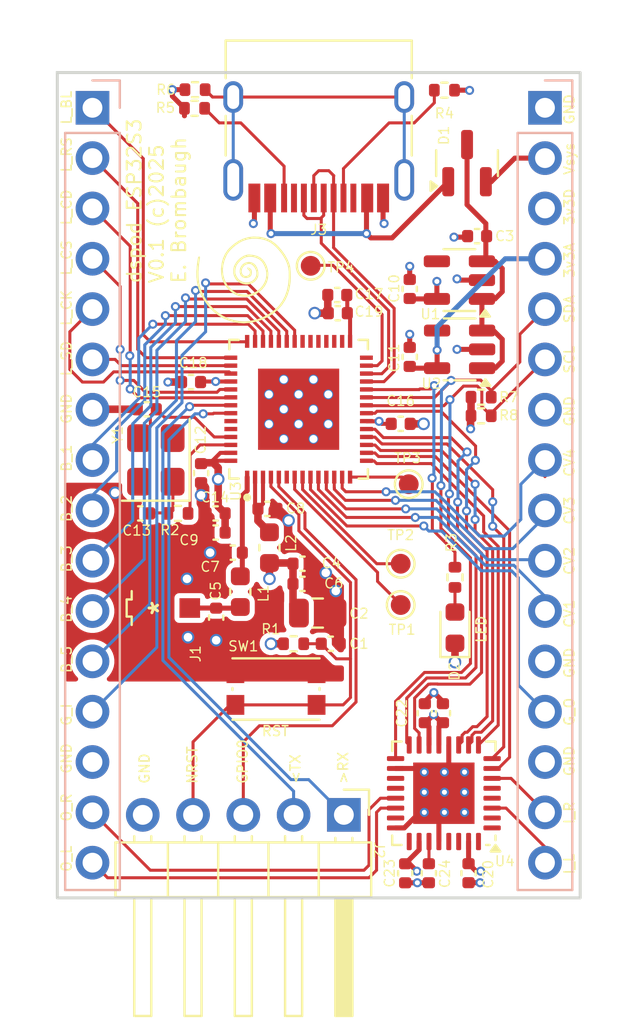
<source format=kicad_pcb>
(kicad_pcb (version 20241229) (generator "pcbnew") (generator_version "9.0")
  (layers (0 "F.Cu" signal) (4 "In1.Cu" signal) (6 "In2.Cu" signal) (2 "B.Cu" signal) (13 "F.Paste" user) (15 "B.Paste" user) (5 "F.SilkS" user "F.Silkscreen") (7 "B.SilkS" user "B.Silkscreen") (1 "F.Mask" user) (3 "B.Mask" user) (25 "Edge.Cuts" user))
  (net 0 "")
  (net 1 "GND")
  (net 2 "/NRST")
  (net 3 "+3.3VA")
  (net 4 "/Ant")
  (net 5 "/LNA_IN")
  (net 6 "/VDD_3P3")
  (net 7 "Net-(C13-Pad1)")
  (net 8 "/UART0_TX")
  (net 9 "/UART0_RX")
  (net 10 "/LCD_BK")
  (net 11 "/LCD_CS")
  (net 12 "/LCD_DC")
  (net 13 "/LCD_NRST")
  (net 14 "/LCD_SDO")
  (net 15 "/LCD_SCLK")
  (net 16 "/I2C_SCL")
  (net 17 "/I2C_SDA")
  (net 18 "/I2S_MCLK")
  (net 19 "/I2S_DO")
  (net 20 "/I2S_DI")
  (net 21 "/I2S_LRCK")
  (net 22 "/I2S_SCLK")
  (net 23 "Net-(U3-XTAL_N)")
  (net 24 "/VDD_SPI")
  (net 25 "/GPIO0")
  (net 26 "/USB_DP")
  (net 27 "/USB_DM")
  (net 28 "Net-(U3-XTAL_P)")
  (net 30 "+3.3V")
  (net 31 "Net-(U3-GPIO3)")
  (net 33 "/V4.7")
  (net 34 "Net-(U4-VREF)")
  (net 35 "/Vbus")
  (net 36 "/Vsys")
  (net 37 "Net-(J3-CC2)")
  (net 38 "Net-(J3-SHIELD)")
  (net 42 "Net-(J3-CC1)")
  (net 44 "/gate_in")
  (net 45 "/in_r")
  (net 46 "/in_l")
  (net 47 "/cv1")
  (net 48 "/cv2")
  (net 49 "/cv4")
  (net 50 "/cv3")
  (net 51 "/gate_out")
  (net 52 "/btn4")
  (net 53 "/out_r")
  (net 54 "/btn1")
  (net 55 "/out_l")
  (net 56 "/btn2")
  (net 57 "/btn3")
  (net 58 "/btn5")
  (net 60 "Net-(U3-GPIO9)")
  (net 63 "Net-(U3-GPIO21)")
  (net 65 "Net-(D2-A)")
  (net 66 "/CODEC_GPIO1")
  (net 67 "Net-(U3-GPIO2)")
  (net 83 "/LED")
  (footprint "Capacitor_SMD:C_0402_1005Metric" (layer "F.Cu") (at 157.5054 90.551 90)
    (property "Reference" "C11")
    (property "Value" "4.7uf")
  )
  (footprint "Package_DFN_QFN:QFN-32-1EP_5x5mm_P0.5mm_EP3.1x3.1mm" (layer "F.Cu") (at 159.2286 112.5737 180)
    (property "Reference" "U4")
    (property "Value" "NAU88C22")
  )
  (footprint "Capacitor_SMD:C_0402_1005Metric" (layer "F.Cu") (at 153.8452 87.4268 180)
    (property "Reference" "C17")
    (property "Value" "0.1uf")
  )
  (footprint "Capacitor_SMD:C_0402_1005Metric" (layer "F.Cu") (at 157.5054 87.122 90)
    (property "Reference" "C10")
    (property "Value" "4.7uf")
  )
  (footprint "Resistor_SMD:R_0402_1005Metric" (layer "F.Cu") (at 159.258 77.089 180)
    (property "Reference" "R4")
    (property "Value" "5k1")
  )
  (footprint "Capacitor_SMD:C_0402_1005Metric" (layer "F.Cu") (at 157.0482 93.9292)
    (property "Reference" "C16")
    (property "Value" "0.1uf")
  )
  (footprint "EMEB:CONUFL001-SMD-T" (layer "F.Cu") (at 144.8816 103.2256 90)
    (property "Reference" "J1")
    (property "Value" "CONN_CONUFL001-SMD-T_LNX")
  )
  (footprint "Capacitor_SMD:C_0402_1005Metric" (layer "F.Cu") (at 147.7264 103.7108 -90)
    (property "Reference" "C5")
    (property "Value" "2.6pf")
  )
  (footprint "Resistor_SMD:R_0402_1005Metric" (layer "F.Cu") (at 159.7914 101.6762 90)
    (property "Reference" "R3")
    (property "Value" "1k")
  )
  (footprint "Resistor_SMD:R_0402_1005Metric" (layer "F.Cu") (at 161.1122 93.5228 180)
    (property "Reference" "R8")
    (property "Value" "4k7")
  )
  (footprint "LED_SMD:LED_0603_1608Metric" (layer "F.Cu") (at 159.7914 104.2162 90)
    (property "Reference" "D2")
    (property "Value" "LED Green")
  )
  (footprint "Capacitor_SMD:C_0402_1005Metric" (layer "F.Cu") (at 148.5672 100.4316 180)
    (property "Reference" "C7")
    (property "Value" "3pf")
  )
  (footprint "Capacitor_SMD:C_0402_1005Metric" (layer "F.Cu") (at 150.3172 98.2218)
    (property "Reference" "C8")
    (property "Value" "0.1uf")
  )
  (footprint "Capacitor_SMD:C_0402_1005Metric" (layer "F.Cu") (at 152.0876 100.9904)
    (property "Reference" "C4")
    (property "Value" "1uf")
  )
  (footprint "Capacitor_SMD:C_0402_1005Metric" (layer "F.Cu") (at 146.459 91.821 180)
    (property "Reference" "C18")
    (property "Value" "0.1uf")
  )
  (footprint "Capacitor_SMD:C_0402_1005Metric" (layer "F.Cu") (at 146.9644 96.4184 -90)
    (property "Reference" "C12")
    (property "Value" "100pf")
  )
  (footprint "Capacitor_SMD:C_0402_1005Metric" (layer "F.Cu") (at 152.0876 102.0064)
    (property "Reference" "C6")
    (property "Value" "0.1uf")
  )
  (footprint "Capacitor_SMD:C_0402_1005Metric" (layer "F.Cu") (at 143.891 98.4504 180)
    (property "Reference" "C13")
    (property "Value" "27pf")
  )
  (footprint "TestPoint:TestPoint_Pad_D1.0mm" (layer "F.Cu") (at 157.0482 100.9904)
    (property "Reference" "TP2")
    (property "Value" "TestPoint")
  )
  (footprint "Capacitor_SMD:C_0402_1005Metric" (layer "F.Cu") (at 153.515 105.029)
    (property "Reference" "C1")
    (property "Value" "0.1uf")
  )
  (footprint "Capacitor_SMD:C_0402_1005Metric" (layer "F.Cu") (at 144.2212 93.1926 180)
    (property "Reference" "C15")
    (property "Value" "27pf")
  )
  (footprint "Capacitor_SMD:C_0603_1608Metric" (layer "F.Cu") (at 148.9456 102.3998 90)
    (property "Reference" "L1")
    (property "Value" "2.4nH")
  )
  (footprint "Package_TO_SOT_SMD:SOT-23-5" (layer "F.Cu") (at 160.0255 90.17 180)
    (property "Reference" "U2")
    (property "Value" "XC6222B331MR-G")
  )
  (footprint "Resistor_SMD:R_0402_1005Metric" (layer "F.Cu") (at 161.1122 92.583 180)
    (property "Reference" "R7")
    (property "Value" "4k7")
  )
  (footprint "EMEB:ESP32-S3" (layer "F.Cu") (at 151.892 93.1926 90)
    (property "Reference" "U3")
    (property "Value" "ESP32-S3FH4R2")
  )
  (footprint "Capacitor_SMD:C_0402_1005Metric" (layer "F.Cu") (at 147.6984 98.4504 180)
    (property "Reference" "C14")
    (property "Value" "0.1uf")
  )
  (footprint "TestPoint:TestPoint_Pad_D1.0mm" (layer "F.Cu") (at 157.4546 96.9772)
    (property "Reference" "TP3")
    (property "Value" "TestPoint")
  )
  (footprint "Resistor_SMD:R_0402_1005Metric" (layer "F.Cu") (at 145.796 98.4504)
    (property "Reference" "R2")
    (property "Value" "1k")
  )
  (footprint "Crystal:Crystal_SMD_3225-4Pin_3.2x2.5mm" (layer "F.Cu") (at 144.6784 95.7502 90)
    (property "Reference" "Y1")
    (property "Value" "40MHz")
  )
  (footprint "Capacitor_SMD:C_0402_1005Metric" (layer "F.Cu") (at 147.6984 99.4156 180)
    (property "Reference" "C9")
    (property "Value" "1uf")
  )
  (footprint "Package_TO_SOT_SMD:SOT-23-5" (layer "F.Cu") (at 160.0145 86.675 180)
    (property "Reference" "U1")
    (property "Value" "XC6222B331MR-G")
  )
  (footprint "Capacitor_SMD:C_0402_1005Metric" (layer "F.Cu") (at 160.4772 116.6088 -90)
    (property "Reference" "C20")
    (property "Value" "4.7uf")
  )
  (footprint "Resistor_SMD:R_0402_1005Metric" (layer "F.Cu") (at 146.6342 78.0034)
    (property "Reference" "R5")
    (property "Value" "5k1")
  )
  (footprint "Capacitor_SMD:C_0603_1608Metric" (layer "F.Cu") (at 150.4188 100.1776 90)
    (property "Reference" "L2")
    (property "Value" "2.2nH 500ma")
  )
  (footprint "Capacitor_SMD:C_0402_1005Metric" (layer "F.Cu") (at 160.909 84.455 180)
    (property "Reference" "C3")
    (property "Value" "4.7uf")
  )
  (footprint "TestPoint:TestPoint_Pad_D1.0mm" (layer "F.Cu") (at 152.5016 85.9536)
    (property "Reference" "TP4")
    (property "Value" "TestPoint")
  )
  (footprint "Capacitor_SMD:C_0402_1005Metric" (layer "F.Cu") (at 158.4706 116.6114 -90)
    (property "Reference" "C24")
    (property "Value" "4.7uf")
  )
  (footprint "Resistor_SMD:R_0402_1005Metric" (layer "F.Cu") (at 146.6596 77.0636)
    (property "Reference" "R6")
    (property "Value" "1M")
  )
  (footprint "Capacitor_SMD:C_0402_1005Metric" (layer "F.Cu") (at 159.1818 108.5342 90)
    (property "Reference" "C21" (hide yes))
    (property "Value" "4.7uf")
  )
  (footprint "Connector_USB:USB_C_Receptacle_HRO_TYPE-C-31-M-12" (layer "F.Cu") (at 152.908 78.486 180)
    (property "Reference" "J3")
    (property "Value" "USB_C_Receptacle_USB2.0")
  )
  (footprint "Capacitor_SMD:C_0402_1005Metric" (layer "F.Cu") (at 158.2674 108.5342 90)
    (property "Reference" "C22")
    (property "Value" "4.7uf")
  )
  (footprint "Capacitor_SMD:C_0805_2012Metric" (layer "F.Cu") (at 152.8572 103.4796)
    (property "Reference" "C2")
    (property "Value" "10uf")
  )
  (footprint "Connector_PinHeader_2.54mm:PinHeader_1x05_P2.54mm_Horizontal" (layer "F.Cu") (at 154.178 113.665 -90)
    (property "Reference" "J2")
    (property "Value" "Serial")
  )
  (footprint "Resistor_SMD:R_0402_1005Metric" (layer "F.Cu") (at 151.64 105.029 180)
    (property "Reference" "R1")
    (property "Value" "10k")
  )
  (footprint "Capacitor_SMD:C_0402_1005Metric" (layer "F.Cu") (at 157.2768 116.614 -90)
    (property "Reference" "C23")
    (property "Value" "4.7uf")
  )
  (footprint "Capacitor_SMD:C_0402_1005Metric" (layer "F.Cu") (at 153.8712 88.3436 180)
    (property "Reference" "C19")
    (property "Value" "1uf")
  )
  (footprint "Package_TO_SOT_SMD:SOT-23" (layer "F.Cu") (at 160.401 80.772 90)
    (property "Reference" "D1")
    (property "Value" "PMEG2005CT,215")
  )
  (footprint "TestPoint:TestPoint_Pad_D1.0mm" (layer "F.Cu") (at 157.0482 103.0732)
    (property "Reference" "TP1")
    (property "Value" "TestPoint")
  )
  (footprint "Button_Switch_SMD:SW_Push_1P1T_NO_CK_KMR2" (layer "F.Cu") (at 150.749 107.315 180)
    (property "Reference" "SW1")
    (property "Value" "SW_Push")
  )
  (footprint "EMEB:avatar_small" (layer "F.Cu") (at 150.0632 85.6996 90)
    (property "Reference" "A1" (hide yes))
    (property "Value" "Small Avatar / Logo" (hide yes))
  )
  (footprint "Connector_PinHeader_2.54mm:PinHeader_1x16_P2.54mm_Vertical" (layer "B.Cu") (at 141.478 77.978 180)
    (property "Reference" "J4" (hide yes))
    (property "Value" "Conn_01x16")
  )
  (footprint "Connector_PinHeader_2.54mm:PinHeader_1x16_P2.54mm_Vertical" (layer "B.Cu") (at 164.338 77.978 180)
    (property "Reference" "J5" (hide yes))
    (property "Value" "Conn_01x16")
  )
  (gr_rect (start 139.7 76.2) (end 166.116 117.856) (stroke (width 0.15)) (fill no) (layer "Edge.Cuts"))
  (gr_text "3v3A" (at 165.862 86.614 90) (layer "F.SilkS") (effects (font (size 0.5 0.5) (thickness 0.08)) (justify left bottom)))
  (gr_text "I_L" (at 165.862 116.713 90) (layer "F.SilkS") (effects (font (size 0.5 0.5) (thickness 0.08)) (justify left bottom)))
  (gr_text "L_CS" (at 140.462 86.487 90) (layer "F.SilkS") (effects (font (size 0.5 0.5) (thickness 0.08)) (justify left bottom)))
  (gr_text "GND" (at 144.399 112.141 90) (layer "F.SilkS") (effects (font (size 0.5 0.5) (thickness 0.08)) (justify left bottom)))
  (gr_text "B_5" (at 140.462 106.553 90) (layer "F.SilkS") (effects (font (size 0.5 0.5) (thickness 0.08)) (justify left bottom)))
  (gr_text "B_3" (at 140.462 101.473 90) (layer "F.SilkS") (effects (font (size 0.5 0.5) (thickness 0.08)) (justify left bottom)))
  (gr_text "GND" (at 140.462 93.98 90) (layer "F.SilkS") (effects (font (size 0.5 0.5) (thickness 0.08)) (justify left bottom)))
  (gr_text "GND" (at 140.462 111.633 90) (layer "F.SilkS") (effects (font (size 0.5 0.5) (thickness 0.08)) (justify left bottom)))
  (gr_text "CV2" (at 165.862 101.6 90) (layer "F.SilkS") (effects (font (size 0.5 0.5) (thickness 0.08)) (justify left bottom)))
  (gr_text ">RX" (at 154.432 112.141 90) (layer "F.SilkS") (effects (font (size 0.5 0.5) (thickness 0.08)) (justify left bottom)))
  (gr_text "B_2" (at 140.462 98.933 90) (layer "F.SilkS") (effects (font (size 0.5 0.5) (thickness 0.08)) (justify left bottom)))
  (gr_text "I_R" (at 165.862 114.173 90) (layer "F.SilkS") (effects (font (size 0.5 0.5) (thickness 0.08)) (justify left bottom)))
  (gr_text "CV1" (at 165.862 104.267 90) (layer "F.SilkS") (effects (font (size 0.5 0.5) (thickness 0.08)) (justify left bottom)))
  (gr_text "B_4" (at 140.462 104.013 90) (layer "F.SilkS") (effects (font (size 0.5 0.5) (thickness 0.08)) (justify left bottom)))
  (gr_text "G_I" (at 140.462 109.22 90) (layer "F.SilkS") (effects (font (size 0.5 0.5) (thickness 0.08)) (justify left bottom)))
  (gr_text "G_O" (at 165.862 109.22 90) (layer "F.SilkS") (effects (font (size 0.5 0.5) (thickness 0.08)) (justify left bottom)))
  (gr_text "CV4" (at 165.862 96.647 90) (layer "F.SilkS") (effects (font (size 0.5 0.5) (thickness 0.08)) (justify left bottom)))
  (gr_text "NRST" (at 146.812 112.141 90) (layer "F.SilkS") (effects (font (size 0.5 0.5) (thickness 0.08)) (justify left bottom)))
  (gr_text "LED" (at 161.417 105.029 90) (layer "F.SilkS") (effects (font (size 0.5 0.5) (thickness 0.08)) (justify left bottom)))
  (gr_text "O_L" (at 140.462 116.586 90) (layer "F.SilkS") (effects (font (size 0.5 0.5) (thickness 0.08)) (justify left bottom)))
  (gr_text "L_CK" (at 140.462 89.027 90) (layer "F.SilkS") (effects (font (size 0.5 0.5) (thickness 0.08)) (justify left bottom)))
  (gr_text "3v3D" (at 165.862 83.947 90) (layer "F.SilkS") (effects (font (size 0.5 0.5) (thickness 0.08)) (justify left bottom)))
  (gr_text "L_RS" (at 140.462 81.28 90) (layer "F.SilkS") (effects (font (size 0.5 0.5) (thickness 0.08)) (justify left bottom)))
  (gr_text "dspod ESP32S3\nV0.1 (c)2025\nE. Brombaugh" (at 146.2532 86.8934 90) (layer "F.SilkS") (effects (font (size 0.7 0.7) (thickness 0.1)) (justify left bottom)))
  (gr_text "SDA" (at 165.862 88.9 90) (layer "F.SilkS") (effects (font (size 0.5 0.5) (thickness 0.08)) (justify left bottom)))
  (gr_text "SCL" (at 165.862 91.44 90) (layer "F.SilkS") (effects (font (size 0.5 0.5) (thickness 0.08)) (justify left bottom)))
  (gr_text "<TX" (at 152.019 112.141 90) (layer "F.SilkS") (effects (font (size 0.5 0.5) (thickness 0.08)) (justify left bottom)))
  (gr_text "Vsys" (at 165.862 81.407 90) (layer "F.SilkS") (effects (font (size 0.5 0.5) (thickness 0.08)) (justify left bottom)))
  (gr_text "GND" (at 165.862 94.107 90) (layer "F.SilkS") (effects (font (size 0.5 0.5) (thickness 0.08)) (justify left bottom)))
  (gr_text "L_CD" (at 140.462 83.947 90) (layer "F.SilkS") (effects (font (size 0.5 0.5) (thickness 0.08)) (justify left bottom)))
  (gr_text "B_1" (at 140.462 96.393 90) (layer "F.SilkS") (effects (font (size 0.5 0.5) (thickness 0.08)) (justify left bottom)))
  (gr_text "RST" (at 149.987 109.728 0) (layer "F.SilkS") (effects (font (size 0.5 0.5) (thickness 0.08)) (justify left bottom)))
  (gr_text "GND" (at 165.862 106.807 90) (layer "F.SilkS") (effects (font (size 0.5 0.5) (thickness 0.08)) (justify left bottom)))
  (gr_text "GPIO0" (at 149.352 112.141 90) (layer "F.SilkS") (effects (font (size 0.5 0.5) (thickness 0.08)) (justify left bottom)))
  (gr_text "L_SD" (at 140.462 91.567 90) (layer "F.SilkS") (effects (font (size 0.5 0.5) (thickness 0.08)) (justify left bottom)))
  (gr_text "CV3" (at 165.862 99.06 90) (layer "F.SilkS") (effects (font (size 0.5 0.5) (thickness 0.08)) (justify left bottom)))
  (gr_text "GND" (at 165.862 78.867 90) (layer "F.SilkS") (effects (font (size 0.5 0.5) (thickness 0.08)) (justify left bottom)))
  (gr_text "O_R" (at 140.462 114.046 90) (layer "F.SilkS") (effects (font (size 0.5 0.5) (thickness 0.08)) (justify left bottom)))
  (gr_text "GND" (at 165.862 111.76 90) (layer "F.SilkS") (effects (font (size 0.5 0.5) (thickness 0.08)) (justify left bottom)))
  (gr_text "L_BL" (at 140.462 78.867 90) (layer "F.SilkS") (effects (font (size 0.5 0.5) (thickness 0.08)) (justify left bottom)))
  (segment (start 156.7911 114.3237) (end 157.228599 114.3237) (width 0.254) (layer "F.Cu") (net 1))
  (segment (start 159.1818 108.0542) (end 159.1818 107.95) (width 0.254) (layer "F.Cu") (net 1))
  (segment (start 158.9786 115.0112) (end 158.9786 113.8174) (width 0.254) (layer "F.Cu") (net 1))
  (segment (start 161.163 90.17) (end 159.893 90.17) (width 0.254) (layer "F.Cu") (net 1))
  (segment (start 159.768 77.089) (end 160.517 77.089) (width 0.254) (layer "F.Cu") (net 1))
  (segment (start 157.5054 85.979) (end 157.5054 86.642) (width 0.254) (layer "F.Cu") (net 1))
  (segment (start 153.3652 87.4268) (end 153.3652 88.3176) (width 0.381) (layer "F.Cu") (net 1))
  (segment (start 150.7972 98.2218) (end 150.7998 98.2218) (width 0.381) (layer "F.Cu") (net 1))
  (segment (start 153.3912 88.3436) (end 152.7072 88.3436) (width 0.381) (layer "F.Cu") (net 1))
  (segment (start 145.5166 77.0636) (end 146.1496 77.0636) (width 0.254) (layer "F.Cu") (net 1))
  (segment (start 159.7406 84.5058) (end 160.4036 84.5058) (width 0.254) (layer "F.Cu") (net 1))
  (segment (start 143.411 98.199) (end 143.411 98.4504) (width 0.381) (layer "F.Cu") (net 1))
  (segment (start 158.014299 113.538) (end 158.242 113.538) (width 0.254) (layer "F.Cu") (net 1))
  (segment (start 143.7412 93.1926) (end 141.5034 93.1926) (width 0.381) (layer "F.Cu") (net 1))
  (segment (start 145.288 91.821) (end 145.979 91.821) (width 0.381) (layer "F.Cu") (net 1))
  (segment (start 159.7914 105.0037) (end 159.7914 105.9551) (width 0.381) (layer "F.Cu") (net 1))
  (segment (start 144.8816 104.6988) (end 146.304 104.6988) (width 0.381) (layer "F.Cu") (net 1))
  (segment (start 152.5676 100.9904) (end 152.5676 101.4476) (width 0.381) (layer "F.Cu") (net 1))
  (segment (start 160.4772 117.0888) (end 161.0562 117.0888) (width 0.254) (layer "F.Cu") (net 1))
  (segment (start 158.0597 111.3237) (end 158.242 111.506) (width 0.254) (layer "F.Cu") (net 1))
  (segment (start 157.8864 117.094) (end 157.889 117.0914) (width 0.254) (layer "F.Cu") (net 1))
  (segment (start 145.5166 77.3958) (end 146.1242 78.0034) (width 0.254) (layer "F.Cu") (net 1))
  (segment (start 158.9786 113.8174) (end 159.258 113.538) (width 0.254) (layer "F.Cu") (net 1))
  (segment (start 152.5676 101.4476) (end 152.5676 102.0064) (width 0.381) (layer "F.Cu") (net 1))
  (segment (start 147.2184 98.4504) (end 147.2184 99.4156) (width 0.381) (layer "F.Cu") (net 1))
  (segment (start 158.4706 117.0914) (end 157.889 117.0914) (width 0.254) (layer "F.Cu") (net 1))
  (segment (start 148.0872 100.4316) (end 147.4216 100.4316) (width 0.381) (layer "F.Cu") (net 1))
  (segment (start 157.5054 89.408) (end 157.5054 90.071) (width 0.254) (layer "F.Cu") (net 1))
  (segment (start 153.8072 102.3976) (end 153.7716 102.362) (width 0.381) (layer "F.Cu") (net 1))
  (segment (start 159.4786 111.2854) (end 159.258 111.506) (width 0.254) (layer "F.Cu") (net 1))
  (segment (start 144.8816 101.7524) (end 146.2532 101.7524) (width 0.381) (layer "F.Cu") (net 1))
  (segment (start 160.517 77.089) (end 160.528 77.1) (width 0.254) (layer "F.Cu") (net 1))
  (segment (start 147.2184 98.4504) (end 147.2184 97.79) (width 0.381) (layer "F.Cu") (net 1))
  (segment (start 156.158 82.531) (end 156.158 83.768) (width 0.254) (layer "F.Cu") (net 1))
  (segment (start 149.658 82.531) (end 149.658 83.768) (width 0.254) (layer "F.Cu") (net 1))
  (segment (start 159.954 86.675) (end 159.893 86.614) (width 0.254) (layer "F.Cu") (net 1))
  (segment (start 146.1242 78.0034) (end 146.1242 78.3824) (width 0.254) (layer "F.Cu") (net 1))
  (segment (start 161.152 86.675) (end 159.954 86.675) (width 0.254) (layer "F.Cu") (net 1))
  (segment (start 153.995 105.029) (end 153.995 103.6674) (width 0.381) (layer "F.Cu") (net 1))
  (segment (start 149.658 83.768) (end 149.606 83.82) (width 0.254) (layer "F.Cu") (net 1))
  (segment (start 156.158 83.768) (end 156.21 83.82) (width 0.254) (layer "F.Cu") (net 1))
  (segment (start 161.0614 117.094) (end 161.0562 117.0888) (width 0.254) (layer "F.Cu") (net 1))
  (segment (start 158.2039 93.9292) (end 157.5282 93.9292) (width 0.381) (layer "F.Cu") (net 1))
  (segment (start 158.2674 107.95) (end 158.7246 107.4928) (width 0.254) (layer "F.Cu") (net 1))
  (segment (start 153.8072 103.4796) (end 153.8072 102.3976) (width 0.381) (layer "F.Cu") (net 1))
  (segment (start 141.8966 111.4166) (end 141.478 110.998) (width 0.381) (layer "F.Cu") (net 1))
  (segment (start 156.7911 111.3237) (end 158.0597 111.3237) (width 0.254) (layer "F.Cu") (net 1))
  (segment (start 142.621 97.409) (end 143.411 98.199) (width 0.381) (layer "F.Cu") (net 1))
  (segment (start 150.7998 98.2218) (end 151.384 98.806) (width 0.381) (layer "F.Cu") (net 1))
  (segment (start 157.228599 114.3237) (end 158.014299 113.538) (width 0.254) (layer "F.Cu") (net 1))
  (segment (start 146.9644 96.8984) (end 146.9644 97.536) (width 0.381) (layer "F.Cu") (net 1))
  (segment (start 147.2184 97.79) (end 146.9644 97.536) (width 0.381) (layer "F.Cu") (net 1))
  (segment (start 145.5166 77.0636) (end 145.5166 77.3958) (width 0.254) (layer "F.Cu") (net 1))
  (segment (start 157.2768 117.094) (end 157.8864 117.094) (width 0.254) (layer "F.Cu") (net 1))
  (segment (start 159.1818 107.95) (end 158.7246 107.4928) (width 0.254) (layer "F.Cu") (net 1))
  (segment (start 153.995 103.6674) (end 153.8072 103.4796) (width 0.381) (layer "F.Cu") (net 1))
  (segment (start 152.7072 88.3436) (end 152.7048 88.3412) (width 0.381) (layer "F.Cu") (net 1))
  (segment (start 152.5676 101.4476) (end 153.2636 101.4476) (width 0.381) (layer "F.Cu") (net 1))
  (segment (start 158.2674 108.0542) (end 158.2674 107.95) (width 0.254) (layer "F.Cu") (net 1))
  (segment (start 159.4786 110.1362) (end 159.4786 111.2854) (width 0.254) (layer "F.Cu") (net 1))
  (segment (start 147.7264 104.1908) (end 147.7264 104.8512) (width 0.381) (layer "F.Cu") (net 1))
  (segment (start 141.5034 93.1926) (end 141.478 93.218) (width 0.381) (layer "F.Cu") (net 1))
  (via (at 159.258 113.538) (size 0.4572) (drill 0.254) (layers "F.Cu" "B.Cu") (net 1))
  (via (at 153.7716 102.362) (size 0.635) (drill 0.4318) (layers "F.Cu" "B.Cu") (net 1))
  (via (at 159.7406 84.5058) (size 0.4572) (drill 0.254) (layers "F.Cu" "B.Cu") (net 1))
  (via (at 160.274 111.506) (size 0.4572) (drill 0.254) (layers "F.Cu" "B.Cu") (net 1))
  (via (at 158.2039 93.9292) (size 0.635) (drill 0.4318) (layers "F.Cu" "B.Cu") (net 1))
  (via (at 152.7048 88.3412) (size 0.635) (drill 0.4318) (layers "F.Cu" "B.Cu") (net 1))
  (via (at 145.288 91.821) (size 0.4572) (drill 0.254) (layers "F.Cu" "B.Cu") (net 1))
  (via (at 159.258 112.522) (size 0.4572) (drill 0.254) (layers "F.Cu" "B.Cu") (net 1))
  (via (at 158.7246 107.4928) (size 0.4572) (drill 0.254) (layers "F.Cu" "B.Cu") (net 1))
  (via (at 159.7914 105.9551) (size 0.635) (drill 0.4318) (layers "F.Cu" "B.Cu") (net 1))
  (via (at 149.606 83.82) (size 0.4572) (drill 0.254) (layers "F.Cu" "B.Cu") (net 1))
  (via (at 146.2532 101.7524) (size 0.635) (drill 0.4318) (layers "F.Cu" "B.Cu") (net 1))
  (via (at 145.5166 77.0636) (size 0.4572) (drill 0.254) (layers "F.Cu" "B.Cu") (net 1))
  (via (at 153.2636 101.4476) (size 0.635) (drill 0.4318) (layers "F.Cu" "B.Cu") (net 1))
  (via (at 157.5054 89.408) (size 0.4572) (drill 0.254) (layers "F.Cu" "B.Cu") (net 1))
  (via (at 158.242 113.538) (size 0.4572) (drill 0.254) (layers "F.Cu" "B.Cu") (net 1))
  (via (at 157.5054 85.979) (size 0.4572) (drill 0.254) (layers "F.Cu" "B.Cu") (net 1))
  (via (at 146.304 104.6988) (size 0.635) (drill 0.4318) (layers "F.Cu" "B.Cu") (net 1))
  (via (at 157.889 117.0914) (size 0.4572) (drill 0.254) (layers "F.Cu" "B.Cu") (net 1))
  (via (at 146.9644 97.536) (size 0.635) (drill 0.4318) (layers "F.Cu" "B.Cu") (net 1))
  (via (at 159.258 111.506) (size 0.4572) (drill 0.254) (layers "F.Cu" "B.Cu") (net 1))
  (via (at 142.621 97.409) (size 0.635) (drill 0.4318) (layers "F.Cu" "B.Cu") (net 1))
  (via (at 160.274 112.522) (size 0.4572) (drill 0.254) (layers "F.Cu" "B.Cu") (net 1))
  (via (at 147.4216 100.4316) (size 0.635) (drill 0.4318) (layers "F.Cu" "B.Cu") (net 1))
  (via (at 158.242 112.522) (size 0.4572) (drill 0.254) (layers "F.Cu" "B.Cu") (net 1))
  (via (at 156.21 83.82) (size 0.4572) (drill 0.254) (layers "F.Cu" "B.Cu") (net 1))
  (via (at 158.242 111.506) (size 0.4572) (drill 0.254) (layers "F.Cu" "B.Cu") (net 1))
  (via (at 151.384 98.806) (size 0.635) (drill 0.4318) (layers "F.Cu" "B.Cu") (net 1))
  (via (at 147.7264 104.8512) (size 0.635) (drill 0.4318) (layers "F.Cu" "B.Cu") (net 1))
  (via (at 160.274 113.538) (size 0.4572) (drill 0.254) (layers "F.Cu" "B.Cu") (net 1))
  (via (at 159.893 90.17) (size 0.4572) (drill 0.254) (layers "F.Cu" "B.Cu") (net 1))
  (via (at 160.528 77.1) (size 0.4572) (drill 0.254) (layers "F.Cu" "B.Cu") (net 1))
  (via (at 159.893 86.614) (size 0.4572) (drill 0.254) (layers "F.Cu" "B.Cu") (net 1))
  (via (at 161.0562 117.0888) (size 0.4572) (drill 0.254) (layers "F.Cu" "B.Cu") (net 1))
  (segment (start 154.5114 107.7436) (end 154.14 108.115) (width 0.1524) (layer "F.Cu") (net 2))
  (segment (start 153.797 105.791) (end 154.5114 105.791) (width 0.1524) (layer "F.Cu") (net 2))
  (segment (start 150.492 97.0981) (end 151.9057 98.5118) (width 0.1524) (layer "F.Cu") (net 2))
  (segment (start 146.558 113.665) (end 146.558 109.982) (width 0.1524) (layer "F.Cu") (net 2))
  (segment (start 151.9057 99.3277) (end 154.5114 101.9334) (width 0.1524) (layer "F.Cu") (net 2))
  (segment (start 152.799 108.115) (end 148.699 108.115) (width 0.1524) (layer "F.Cu") (net 2))
  (segment (start 152.15 105.029) (end 153.035 105.029) (width 0.1524) (layer "F.Cu") (net 2))
  (segment (start 148.425 108.115) (end 148.699 108.115) (width 0.1524) (layer "F.Cu") (net 2))
  (segment (start 154.14 108.115) (end 152.799 108.115) (width 0.1524) (layer "F.Cu") (net 2))
  (segment (start 151.9057 98.5118) (end 151.9057 99.3277) (width 0.1524) (layer "F.Cu") (net 2))
  (segment (start 154.5114 101.9334) (end 154.5114 105.791) (width 0.1524) (layer "F.Cu") (net 2))
  (segment (start 150.492 96.6176) (end 150.492 97.0981) (width 0.1524) (layer "F.Cu") (net 2))
  (segment (start 154.5114 105.791) (end 154.5114 107.7436) (width 0.1524) (layer "F.Cu") (net 2))
  (segment (start 153.035 105.029) (end 153.797 105.791) (width 0.1524) (layer "F.Cu") (net 2))
  (segment (start 146.558 109.982) (end 148.425 108.115) (width 0.1524) (layer "F.Cu") (net 2))
  (segment (start 160.853806 116.505406) (end 160.4772 116.1288) (width 0.254) (layer "F.Cu") (net 3))
  (segment (start 160.4786 115.0112) (end 160.4786 116.1274) (width 0.254) (layer "F.Cu") (net 3))
  (segment (start 157.5944 91.12) (end 157.5054 91.031) (width 0.254) (layer "F.Cu") (net 3))
  (segment (start 158.888 91.12) (end 158.888 90.2098) (width 0.254) (layer "F.Cu") (net 3))
  (segment (start 160.4786 116.1274) (end 160.4772 116.1288) (width 0.254) (layer "F.Cu") (net 3))
  (segment (start 158.888 91.12) (end 157.5944 91.12) (width 0.254) (layer "F.Cu") (net 3))
  (segment (start 157.9786 115.0112) (end 157.9786 115.4322) (width 0.254) (layer "F.Cu") (net 3))
  (segment (start 158.9024 90.1954) (end 158.888 90.2098) (width 0.254) (layer "F.Cu") (net 3))
  (segment (start 161.086925 116.505406) (end 160.853806 116.505406) (width 0.254) (layer "F.Cu") (net 3))
  (segment (start 157.863077 116.507774) (end 157.489303 116.134) (width 0.254) (layer "F.Cu") (net 3))
  (segment (start 157.489303 116.134) (end 157.2768 116.134) (width 0.254) (layer "F.Cu") (net 3))
  (segment (start 157.9786 115.4322) (end 157.2768 116.134) (width 0.254) (layer "F.Cu") (net 3))
  (via (at 158.888 90.2098) (size 0.4572) (drill 0.254) (layers "F.Cu" "B.Cu") (net 3))
  (via (at 157.863077 116.507774) (size 0.4572) (drill 0.254) (layers "F.Cu" "B.Cu") (net 3))
  (via (at 161.086925 116.505406) (size 0.4572) (drill 0.254) (layers "F.Cu" "B.Cu") (net 3))
  (segment (start 158.877 89.0524) (end 158.888 89.0634) (width 0.254) (layer "B.Cu") (net 3))
  (segment (start 158.888 89.0634) (end 158.888 90.2098) (width 0.254) (layer "B.Cu") (net 3))
  (segment (start 164.338 85.598) (end 162.3314 85.598) (width 0.254) (layer "B.Cu") (net 3))
  (segment (start 162.3314 85.598) (end 158.877 89.0524) (width 0.254) (layer "B.Cu") (net 3))
  (segment (start 148.8896 103.2308) (end 148.9456 103.1748) (width 0.254) (layer "F.Cu") (net 4))
  (segment (start 146.3929 103.2256) (end 147.7212 103.2256) (width 0.254) (layer "F.Cu") (net 4))
  (segment (start 147.7212 103.2256) (end 147.7264 103.2308) (width 0.254) (layer "F.Cu") (net 4))
  (segment (start 147.7264 103.2308) (end 148.8896 103.2308) (width 0.254) (layer "F.Cu") (net 4))
  (segment (start 149.0472 97.5522) (end 149.0472 100.4316) (width 0.254) (layer "F.Cu") (net 5))
  (segment (start 149.0472 101.5232) (end 148.9456 101.6248) (width 0.254) (layer "F.Cu") (net 5))
  (segment (start 149.0472 100.4316) (end 149.0472 101.5232) (width 0.254) (layer "F.Cu") (net 5))
  (segment (start 149.292 96.6176) (end 149.292 97.3074) (width 0.254) (layer "F.Cu") (net 5))
  (segment (start 149.292 97.3074) (end 149.0472 97.5522) (width 0.254) (layer "F.Cu") (net 5))
  (segment (start 149.692 96.6176) (end 149.692 98.0766) (width 0.2032) (layer "F.Cu") (net 6))
  (segment (start 149.692 98.0766) (end 149.8372 98.2218) (width 0.2032) (layer "F.Cu") (net 6))
  (segment (start 149.8626 98.1964) (end 149.8372 98.2218) (width 0.381) (layer "F.Cu") (net 6))
  (segment (start 149.8372 98.821) (end 149.8372 98.2218) (width 0.381) (layer "F.Cu") (net 6))
  (segment (start 150.4188 99.4026) (end 149.8372 98.821) (width 0.381) (layer "F.Cu") (net 6))
  (segment (start 150.092 97.967) (end 149.8372 98.2218) (width 0.2032) (layer "F.Cu") (net 6))
  (segment (start 150.092 96.6176) (end 150.092 97.967) (width 0.2032) (layer "F.Cu") (net 6))
  (segment (start 145.3876 98.4504) (end 145.54 98.298) (width 0.1524) (layer "F.Cu") (net 7))
  (segment (start 145.286 98.4504) (end 145.3876 98.4504) (width 0.1524) (layer "F.Cu") (net 7))
  (segment (start 144.371 98.4504) (end 144.498 98.4504) (width 0.1524) (layer "F.Cu") (net 7))
  (segment (start 144.5234 98.425) (end 145.2606 98.425) (width 0.1524) (layer "F.Cu") (net 7))
  (segment (start 144.498 98.4504) (end 144.5234 98.425) (width 0.1524) (layer "F.Cu") (net 7))
  (segment (start 145.2606 98.425) (end 145.286 98.4504) (width 0.1524) (layer "F.Cu") (net 7))
  (segment (start 145.5284 97.3994) (end 145.5284 96.8502) (width 0.1524) (layer "F.Cu") (net 7))
  (segment (start 145.54 98.298) (end 145.54 97.411) (width 0.1524) (layer "F.Cu") (net 7))
  (segment (start 145.54 97.411) (end 145.5284 97.3994) (width 0.1524) (layer "F.Cu") (net 7))
  (segment (start 146.451349 92.9926) (end 148.467 92.9926) (width 0.1524) (layer "F.Cu") (net 8))
  (segment (start 146.382262 93.061687) (end 146.451349 92.9926) (width 0.1524) (layer "F.Cu") (net 8))
  (via (at 146.382262 93.061687) (size 0.4572) (drill 0.254) (layers "F.Cu" "B.Cu") (net 8))
  (segment (start 145.034 105.8672) (end 145.034 94.3864) (width 0.1524) (layer "B.Cu") (net 8))
  (segment (start 151.638 112.4712) (end 145.034 105.8672) (width 0.1524) (layer "B.Cu") (net 8))
  (segment (start 145.034 94.3864) (end 146.358713 93.061687) (width 0.1524) (layer "B.Cu") (net 8))
  (segment (start 151.638 113.665) (end 151.638 112.4712) (width 0.1524) (layer "B.Cu") (net 8))
  (segment (start 146.358713 93.061687) (end 146.382262 93.061687) (width 0.1524) (layer "B.Cu") (net 8))
  (segment (start 147.070257 93.424399) (end 147.570801 93.424399) (width 0.1524) (layer "F.Cu") (net 9))
  (segment (start 147.6026 93.3926) (end 148.467 93.3926) (width 0.1524) (layer "F.Cu") (net 9))
  (segment (start 147.570801 93.424399) (end 147.6026 93.3926) (width 0.1524) (layer "F.Cu") (net 9))
  (via (at 147.070257 93.424399) (size 0.4572) (drill 0.254) (layers "F.Cu" "B.Cu") (net 9))
  (segment (start 145.3388 94.742) (end 145.3388 105.7148) (width 0.1524) (layer "B.Cu") (net 9))
  (segment (start 151.511 111.887) (end 152.4 111.887) (width 0.1524) (layer "B.Cu") (net 9))
  (segment (start 147.070257 93.424399) (end 146.656401 93.424399) (width 0.1524) (layer "B.Cu") (net 9))
  (segment (start 145.3388 105.7148) (end 151.511 111.887) (width 0.1524) (layer "B.Cu") (net 9))
  (segment (start 152.4 111.887) (end 154.178 113.665) (width 0.1524) (layer "B.Cu") (net 9))
  (segment (start 146.656401 93.424399) (end 145.3388 94.742) (width 0.1524) (layer "B.Cu") (net 9))
  (segment (start 144.399 89.789) (end 149.2706 89.789) (width 0.1524) (layer "F.Cu") (net 10))
  (segment (start 144.0444 89.4344) (end 144.399 89.789) (width 0.1524) (layer "F.Cu") (net 10))
  (segment (start 149.2706 89.789) (end 149.292 89.7676) (width 0.1524) (layer "F.Cu") (net 10))
  (segment (start 141.478 77.978) (end 144.0444 80.5444) (width 0.1524) (layer "F.Cu") (net 10))
  (segment (start 144.0444 80.5444) (end 144.0444 89.4344) (width 0.1524) (layer "F.Cu") (net 10))
  (segment (start 142.875 91.7386) (end 143.202728 91.7386) (width 0.1524) (layer "F.Cu") (net 11))
  (segment (start 143.562272 91.7376) (end 143.8158 91.991128) (width 0.1524) (layer "F.Cu") (net 11))
  (segment (start 143.203728 91.7376) (end 143.562272 91.7376) (width 0.1524) (layer "F.Cu") (net 11))
  (segment (start 142.875 86.995) (end 142.875 90.17) (width 0.1524) (layer "F.Cu") (net 11))
  (segment (start 141.478 85.598) (end 142.875 86.995) (width 0.1524) (layer "F.Cu") (net 11))
  (segment (start 144.1512 92.3352) (end 147.770472 92.3352) (width 0.1524) (layer "F.Cu") (net 11))
  (segment (start 143.202728 91.7386) (end 143.203728 91.7376) (width 0.1524) (layer "F.Cu") (net 11))
  (segment (start 143.8158 91.991128) (end 143.8158 91.9998) (width 0.1524) (layer "F.Cu") (net 11))
  (segment (start 147.913072 92.1926) (end 148.467 92.1926) (width 0.1524) (layer "F.Cu") (net 11))
  (segment (start 147.770472 92.3352) (end 147.913072 92.1926) (width 0.1524) (layer "F.Cu") (net 11))
  (segment (start 143.8158 91.9998) (end 144.1512 92.3352) (width 0.1524) (layer "F.Cu") (net 11))
  (via (at 142.875 91.7386) (size 0.4572) (drill 0.254) (layers "F.Cu" "B.Cu") (net 11))
  (via (at 142.875 90.17) (size 0.4572) (drill 0.254) (layers "F.Cu" "B.Cu") (net 11))
  (segment (start 142.875 90.17) (end 142.875 91.7386) (width 0.1524) (layer "B.Cu") (net 11))
  (segment (start 143.8282 92.6156) (end 148.444 92.6156) (width 0.1524) (layer "F.Cu") (net 12))
  (segment (start 143.383 84.963) (end 141.478 83.058) (width 0.1524) (layer "F.Cu") (net 12))
  (segment (start 143.383 92.1704) (end 143.8282 92.6156) (width 0.1524) (layer "F.Cu") (net 12))
  (segment (start 148.444 92.6156) (end 148.467 92.5926) (width 0.1524) (layer "F.Cu") (net 12))
  (segment (start 143.383 90.472144) (end 143.383 84.963) (width 0.1524) (layer "F.Cu") (net 12))
  (segment (start 143.361086 90.494058) (end 143.383 90.472144) (width 0.1524) (layer "F.Cu") (net 12))
  (via (at 143.383 92.1704) (size 0.4572) (drill 0.254) (layers "F.Cu" "B.Cu") (net 12))
  (via (at 143.361086 90.494058) (size 0.4572) (drill 0.254) (layers "F.Cu" "B.Cu") (net 12))
  (segment (start 143.383 90.515972) (end 143.383 92.1704) (width 0.1524) (layer "B.Cu") (net 12))
  (segment (start 143.361086 90.494058) (end 143.383 90.515972) (width 0.1524) (layer "B.Cu") (net 12))
  (segment (start 148.467 90.5926) (end 144.1866 90.5926) (width 0.1524) (layer "F.Cu") (net 13))
  (segment (start 143.764 90.17) (end 143.764 82.804) (width 0.1524) (layer "F.Cu") (net 13))
  (segment (start 143.764 82.804) (end 141.478 80.518) (width 0.1524) (layer "F.Cu") (net 13))
  (segment (start 144.1866 90.5926) (end 143.764 90.17) (width 0.1524) (layer "F.Cu") (net 13))
  (segment (start 141.478 90.678) (end 142.621 90.678) (width 0.1524) (layer "F.Cu") (net 14))
  (segment (start 142.9356 90.9926) (end 148.467 90.9926) (width 0.1524) (layer "F.Cu") (net 14))
  (segment (start 142.621 90.678) (end 142.9356 90.9926) (width 0.1524) (layer "F.Cu") (net 14))
  (segment (start 140.335 89.281) (end 141.478 88.138) (width 0.1524) (layer "F.Cu") (net 15))
  (segment (start 140.97 91.821) (end 140.335 91.186) (width 0.1524) (layer "F.Cu") (net 15))
  (segment (start 142.547132 91.3068) (end 142.032932 91.821) (width 0.1524) (layer "F.Cu") (net 15))
  (segment (start 140.335 91.186) (end 140.335 89.281) (width 0.1524) (layer "F.Cu") (net 15))
  (segment (start 148.3812 91.3068) (end 142.547132 91.3068) (width 0.1524) (layer "F.Cu") (net 15))
  (segment (start 142.032932 91.821) (end 140.97 91.821) (width 0.1524) (layer "F.Cu") (net 15))
  (segment (start 148.467 91.3926) (end 148.3812 91.3068) (width 0.1524) (layer "F.Cu") (net 15))
  (segment (start 160.3248 106.7562) (end 158.368201 106.7562) (width 0.1524) (layer "F.Cu") (net 16))
  (segment (start 159.4612 99.188683) (end 160.8532 100.580683) (width 0.1524) (layer "F.Cu") (net 16))
  (segment (start 161.148 92.253756) (end 161.148 93.0486) (width 0.1524) (layer "F.Cu") (net 16))
  (segment (start 159.4866 92.6592) (end 159.4866 92.7608) (width 0.1524) (layer "F.Cu") (net 16))
  (segment (start 161.148 93.0486) (end 161.6222 93.5228) (width 0.1524) (layer "F.Cu") (net 16))
  (segment (start 160.8532 106.2278) (end 160.3248 106.7562) (width 0.1524) (layer "F.Cu") (net 16))
  (segment (start 159.512001 97.611997) (end 159.4612 97.662798) (width 0.1524) (layer "F.Cu") (net 16))
  (segment (start 160.2232 92.0242) (end 160.918444 92.0242) (width 0.1524) (layer "F.Cu") (net 16))
  (segment (start 161.6222 93.3938) (end 164.338 90.678) (width 0.1524) (layer "F.Cu") (net 16))
  (segment (start 159.2326 93.0148) (end 155.3392 93.0148) (width 0.1524) (layer "F.Cu") (net 16))
  (segment (start 155.3392 93.0148) (end 155.317 92.9926) (width 0.1524) (layer "F.Cu") (net 16))
  (segment (start 157.3536 110.0112) (end 157.4786 110.1362) (width 0.1524) (layer "F.Cu") (net 16))
  (segment (start 158.368201 106.7562) (end 157.3536 107.770801) (width 0.1524) (layer "F.Cu") (net 16))
  (segment (start 159.5374 92.71) (end 159.4866 92.6592) (width 0.1524) (layer "F.Cu") (net 16))
  (segment (start 159.4612 97.662798) (end 159.4612 99.188683) (width 0.1524) (layer "F.Cu") (net 16))
  (segment (start 157.3536 107.770801) (end 157.3536 110.0112) (width 0.1524) (layer "F.Cu") (net 16))
  (segment (start 159.512001 97.462273) (end 159.512001 97.611997) (width 0.1524) (layer "F.Cu") (net 16))
  (segment (start 161.6222 93.5228) (end 161.6222 93.3938) (width 0.1524) (layer "F.Cu") (net 16))
  (segment (start 160.918444 92.0242) (end 161.148 92.253756) (width 0.1524) (layer "F.Cu") (net 16))
  (segment (start 160.8532 100.580683) (end 160.8532 106.2278) (width 0.1524) (layer "F.Cu") (net 16))
  (segment (start 159.4866 92.7608) (end 159.2326 93.0148) (width 0.1524) (layer "F.Cu") (net 16))
  (segment (start 159.5374 92.71) (end 160.2232 92.0242) (width 0.1524) (layer "F.Cu") (net 16))
  (via (at 159.5374 92.71) (size 0.4572) (drill 0.254) (layers "F.Cu" "B.Cu") (net 16))
  (via (at 159.512001 97.462273) (size 0.4572) (drill 0.254) (layers "F.Cu" "B.Cu") (net 16))
  (segment (start 159.5374 97.436874) (end 159.512001 97.462273) (width 0.1524) (layer "B.Cu") (net 16))
  (segment (start 159.5374 92.71) (end 159.5374 97.436874) (width 0.1524) (layer "B.Cu") (net 16))
  (segment (start 158.7566 92.6018) (end 159.639 91.7194) (width 0.1524) (layer "F.Cu") (net 17))
  (segment (start 161.6222 92.2508) (end 163.068 90.805) (width 0.1524) (layer "F.Cu") (net 17))
  (segment (start 160.5728 100.696828) (end 160.5728 106.0246) (width 0.1524) (layer "F.Cu") (net 17))
  (segment (start 155.317 92.5926) (end 155.3262 92.6018) (width 0.1524) (layer "F.Cu") (net 17))
  (segment (start 159.080201 97.047149) (end 159.0802 97.04715) (width 0.1524) (layer "F.Cu") (net 17))
  (segment (start 159.639 91.7194) (end 161.0868 91.7194) (width 0.1524) (layer "F.Cu") (net 17))
  (segment (start 161.0868 91.7194) (end 161.6222 92.2548) (width 0.1524) (layer "F.Cu") (net 17))
  (segment (start 155.3262 92.6018) (end 158.7566 92.6018) (width 0.1524) (layer "F.Cu") (net 17))
  (segment (start 161.6222 92.2548) (end 161.6222 92.583) (width 0.1524) (layer "F.Cu") (net 17))
  (segment (start 159.0802 97.04715) (end 159.0802 99.204228) (width 0.1524) (layer "F.Cu") (net 17))
  (segment (start 160.1216 106.4758) (end 158.252056 106.4758) (width 0.1524) (layer "F.Cu") (net 17))
  (segment (start 156.7911 107.936756) (end 156.7911 110.8237) (width 0.1524) (layer "F.Cu") (net 17))
  (segment (start 159.0802 99.204228) (end 160.5728 100.696828) (width 0.1524) (layer "F.Cu") (net 17))
  (segment (start 160.5728 106.0246) (end 160.1216 106.4758) (width 0.1524) (layer "F.Cu") (net 17))
  (segment (start 158.252056 106.4758) (end 156.7911 107.936756) (width 0.1524) (layer "F.Cu") (net 17))
  (segment (start 161.6222 92.583) (end 161.6222 92.2508) (width 0.1524) (layer "F.Cu") (net 17))
  (segment (start 163.068 90.805) (end 163.068 89.408) (width 0.1524) (layer "F.Cu") (net 17))
  (segment (start 163.068 89.408) (end 164.338 88.138) (width 0.1524) (layer "F.Cu") (net 17))
  (via (at 159.080201 97.047149) (size 0.4572) (drill 0.254) (layers "F.Cu" "B.Cu") (net 17))
  (via (at 159.595679 91.739592) (size 0.4572) (drill 0.254) (layers "F.Cu" "B.Cu") (net 17))
  (segment (start 159.073949 97.047149) (end 159.080201 97.047149) (width 0.1524) (layer "B.Cu") (net 17))
  (segment (start 159.595679 91.739592) (end 159.593408 91.739592) (width 0.1524) (layer "B.Cu") (net 17))
  (segment (start 159.1056 97.015498) (end 159.073949 97.047149) (width 0.1524) (layer "B.Cu") (net 17))
  (segment (start 159.593408 91.739592) (end 159.1056 92.2274) (width 0.1524) (layer "B.Cu") (net 17))
  (segment (start 159.1056 92.2274) (end 159.1056 97.015498) (width 0.1524) (layer "B.Cu") (net 17))
  (segment (start 160.8328 95.758) (end 160.8328 95.0468) (width 0.1524) (layer "F.Cu") (net 18))
  (segment (start 160.402 94.616) (end 160.399528 94.616) (width 0.1524) (layer "F.Cu") (net 18))
  (segment (start 160.407353 109.4945) (end 160.303898 109.4945) (width 0.1524) (layer "F.Cu") (net 18))
  (segment (start 159.0802 93.2942) (end 155.851928 93.2942) (width 0.1524) (layer "F.Cu") (net 18))
  (segment (start 160.1494 109.648998) (end 160.1494 109.9654) (width 0.1524) (layer "F.Cu") (net 18))
  (segment (start 160.687753 109.2141) (end 160.407353 109.4945) (width 0.1524) (layer "F.Cu") (net 18))
  (segment (start 155.3202 93.3958) (end 155.317 93.3926) (width 0.1524) (layer "F.Cu") (net 18))
  (segment (start 160.146 94.362472) (end 160.146 94.36) (width 0.1524) (layer "F.Cu") (net 18))
  (segment (start 160.822394 95.768406) (end 160.8328 95.758) (width 0.1524) (layer "F.Cu") (net 18))
  (segment (start 160.303898 109.4945) (end 160.1494 109.648998) (width 0.1524) (layer "F.Cu") (net 18))
  (segment (start 160.689569 99.623962) (end 160.689571 99.623962) (width 0.1524) (layer "F.Cu") (net 18))
  (segment (start 160.3756 98.325875) (end 160.3756 99.309993) (width 0.1524) (layer "F.Cu") (net 18))
  (segment (start 160.3756 99.309993) (end 160.689569 99.623962) (width 0.1524) (layer "F.Cu") (net 18))
  (segment (start 160.689571 99.623962) (end 161.414 100.348393) (width 0.1524) (layer "F.Cu") (net 18))
  (segment (start 160.399528 94.616) (end 160.146 94.362472) (width 0.1524) (layer "F.Cu") (net 18))
  (segment (start 155.851928 93.2942) (end 155.750328 93.3958) (width 0.1524) (layer "F.Cu") (net 18))
  (segment (start 160.146 94.36) (end 159.0802 93.2942) (width 0.1524) (layer "F.Cu") (net 18))
  (segment (start 161.414 100.348393) (end 161.414 108.7008) (width 0.1524) (layer "F.Cu") (net 18))
  (segment (start 160.1494 109.9654) (end 159.9786 110.1362) (width 0.1524) (layer "F.Cu") (net 18))
  (segment (start 160.8328 95.0468) (end 160.402 94.616) (width 0.1524) (layer "F.Cu") (net 18))
  (segment (start 160.375601 98.325874) (end 160.3756 98.325875) (width 0.1524) (layer "F.Cu") (net 18))
  (segment (start 161.414 108.7008) (end 160.9007 109.2141) (width 0.1524) (layer "F.Cu") (net 18))
  (segment (start 160.9007 109.2141) (end 160.687753 109.2141) (width 0.1524) (layer "F.Cu") (net 18))
  (segment (start 159.9692 110.1268) (end 159.9786 110.1362) (width 0.1524) (layer "F.Cu") (net 18))
  (segment (start 155.750328 93.3958) (end 155.3202 93.3958) (width 0.1524) (layer "F.Cu") (net 18))
  (via (at 160.375601 98.325874) (size 0.4572) (drill 0.254) (layers "F.Cu" "B.Cu") (net 18))
  (via (at 160.822394 95.768406) (size 0.4572) (drill 0.254) (layers "F.Cu" "B.Cu") (net 18))
  (segment (start 160.375129 98.325402) (end 160.375601 98.325874) (width 0.1524) (layer "B.Cu") (net 18))
  (segment (start 160.822394 95.793806) (end 160.375129 96.241071) (width 0.1524) (layer "B.Cu") (net 18))
  (segment (start 160.375129 96.241071) (end 160.375129 98.325402) (width 0.1524) (layer "B.Cu") (net 18))
  (segment (start 160.822394 95.768406) (end 160.822394 95.793806) (width 0.1524) (layer "B.Cu") (net 18))
  (segment (start 155.94196 95.18516) (end 155.939668 95.18516) (width 0.1524) (layer "F.Cu") (net 19))
  (segment (start 159.106658 95.2754) (end 156.0322 95.2754) (width 0.1524) (layer "F.Cu") (net 19))
  (segment (start 160.807401 99.345248) (end 160.807401 98.757673) (width 0.1524) (layer "F.Cu") (net 19))
  (segment (start 156.0322 95.2754) (end 155.94196 95.18516) (width 0.1524) (layer "F.Cu") (net 19))
  (segment (start 161.1203 109.4945) (end 161.6944 108.9204) (width 0.1524) (layer "F.Cu") (net 19))
  (segment (start 160.807929 96.976671) (end 159.106658 95.2754) (width 0.1524) (layer "F.Cu") (net 19))
  (segment (start 160.4786 110.1362) (end 160.6494 109.9654) (width 0.1524) (layer "F.Cu") (net 19))
  (segment (start 160.6494 109.9654) (end 160.6494 109.648998) (width 0.1524) (layer "F.Cu") (net 19))
  (segment (start 161.6944 108.9204) (end 161.6944 100.232247) (width 0.1524) (layer "F.Cu") (net 19))
  (segment (start 155.756308 95.0018) (end 155.3262 95.0018) (width 0.1524) (layer "F.Cu") (net 19))
  (segment (start 161.6944 100.232247) (end 160.807401 99.345248) (width 0.1524) (layer "F.Cu") (net 19))
  (segment (start 160.803898 109.4945) (end 161.1203 109.4945) (width 0.1524) (layer "F.Cu") (net 19))
  (segment (start 155.939668 95.18516) (end 155.756308 95.0018) (width 0.1524) (layer "F.Cu") (net 19))
  (segment (start 160.6494 109.648998) (end 160.803898 109.4945) (width 0.1524) (layer "F.Cu") (net 19))
  (segment (start 155.3262 95.0018) (end 155.317 94.9926) (width 0.1524) (layer "F.Cu") (net 19))
  (via (at 160.807401 98.757673) (size 0.4572) (drill 0.254) (layers "F.Cu" "B.Cu") (net 19))
  (via (at 160.807929 96.976671) (size 0.4572) (drill 0.254) (layers "F.Cu" "B.Cu") (net 19))
  (segment (start 160.807401 97.053399) (end 160.807401 98.757673) (width 0.1524) (layer "B.Cu") (net 19))
  (segment (start 160.807929 97.052871) (end 160.807401 97.053399) (width 0.1524) (layer "B.Cu") (net 19))
  (segment (start 160.807929 96.976671) (end 160.807929 97.052871) (width 0.1524) (layer "B.Cu") (net 19))
  (segment (start 155.836 95.9358) (end 158.5976 95.9358) (width 0.1524) (layer "F.Cu") (net 20))
  (segment (start 161.2392 99.380501) (end 161.9748 100.116101) (width 0.1524) (layer "F.Cu") (net 20))
  (segment (start 161.9748 100.116101) (end 161.9748 109.14) (width 0.1524) (layer "F.Cu") (net 20))
  (segment (start 161.9748 109.14) (end 160.9786 110.1362) (width 0.1524) (layer "F.Cu") (net 20))
  (segment (start 155.702 95.8018) (end 155.836 95.9358) (width 0.1524) (layer "F.Cu") (net 20))
  (segment (start 161.2392 98.5774) (end 161.2392 99.380501) (width 0.1524) (layer "F.Cu") (net 20))
  (segment (start 158.5976 95.9358) (end 161.2392 98.5774) (width 0.1524) (layer "F.Cu") (net 20))
  (segment (start 155.317 95.7926) (end 155.3262 95.8018) (width 0.1524) (layer "F.Cu") (net 20))
  (segment (start 155.3262 95.8018) (end 155.702 95.8018) (width 0.1524) (layer "F.Cu") (net 20))
  (segment (start 162.5508 99.3302) (end 162.5508 110.755402) (width 0.1524) (layer "F.Cu") (net 21))
  (segment (start 162.5508 110.755402) (end 161.982502 111.3237) (width 0.1524) (layer "F.Cu") (net 21))
  (segment (start 155.9306 95.5802) (end 158.8008 95.5802) (width 0.1524) (layer "F.Cu") (net 21))
  (segment (start 158.8008 95.5802) (end 162.5508 99.3302) (width 0.1524) (layer "F.Cu") (net 21))
  (segment (start 155.3262 95.4018) (end 155.7522 95.4018) (width 0.1524) (layer "F.Cu") (net 21))
  (segment (start 155.317 95.3926) (end 155.3262 95.4018) (width 0.1524) (layer "F.Cu") (net 21))
  (segment (start 155.7522 95.4018) (end 155.9306 95.5802) (width 0.1524) (layer "F.Cu") (net 21))
  (segment (start 161.982502 111.3237) (end 161.6661 111.3237) (width 0.1524) (layer "F.Cu") (net 21))
  (segment (start 156.06796 94.90476) (end 156.055814 94.90476) (width 0.1524) (layer "F.Cu") (net 22))
  (segment (start 159.968201 95.526285) (end 159.968201 95.524871) (width 0.1524) (layer "F.Cu") (net 22))
  (segment (start 159.38853 94.9452) (end 156.1084 94.9452) (width 0.1524) (layer "F.Cu") (net 22))
  (segment (start 161.663678 99.12888) (end 161.71448 99.12888) (width 0.1524) (layer "F.Cu") (net 22))
  (segment (start 160.221729 95.779813) (end 159.968201 95.526285) (width 0.1524) (layer "F.Cu") (net 22))
  (segment (start 156.1084 94.9452) (end 156.06796 94.90476) (width 0.1524) (layer "F.Cu") (net 22))
  (segment (start 161.6964 97.865142) (end 161.6964 97.25307) (width 0.1524) (layer "F.Cu") (net 22))
  (segment (start 161.71448 99.12888) (end 162.2552 99.6696) (width 0.1524) (layer "F.Cu") (net 22))
  (segment (start 161.696929 97.865671) (end 161.6964 97.865142) (width 0.1524) (layer "F.Cu") (net 22))
  (segment (start 161.671 110.8188) (end 161.6661 110.8237) (width 0.1524) (layer "F.Cu") (net 22))
  (segment (start 160.223143 95.779813) (end 160.221729 95.779813) (width 0.1524) (layer "F.Cu") (net 22))
  (segment (start 161.6964 97.25307) (end 160.223143 95.779813) (width 0.1524) (layer "F.Cu") (net 22))
  (segment (start 162.2552 99.6696) (end 162.2552 110.2346) (width 0.1524) (layer "F.Cu") (net 22))
  (segment (start 156.055814 94.90476) (end 155.752854 94.6018) (width 0.1524) (layer "F.Cu") (net 22))
  (segment (start 162.2552 110.2346) (end 161.6661 110.8237) (width 0.1524) (layer "F.Cu") (net 22))
  (segment (start 155.3262 94.6018) (end 155.317 94.5926) (width 0.1524) (layer "F.Cu") (net 22))
  (segment (start 159.968201 95.524871) (end 159.38853 94.9452) (width 0.1524) (layer "F.Cu") (net 22))
  (segment (start 155.752854 94.6018) (end 155.3262 94.6018) (width 0.1524) (layer "F.Cu") (net 22))
  (via (at 161.6964 99.096158) (size 0.4572) (drill 0.254) (layers "F.Cu" "B.Cu") (net 22))
  (via (at 161.696929 97.865671) (size 0.4572) (drill 0.254) (layers "F.Cu" "B.Cu") (net 22))
  (segment (start 161.6964 97.8662) (end 161.696929 97.865671) (width 0.1524) (layer "B.Cu") (net 22))
  (segment (start 161.6964 99.096158) (end 161.6964 97.8662) (width 0.1524) (layer "B.Cu") (net 22))
  (segment (start 147.6278 94.5926) (end 148.467 94.5926) (width 0.1524) (layer "F.Cu") (net 23))
  (segment (start 144.7012 93.1926) (end 145.1076 93.599) (width 0.1524) (layer "F.Cu") (net 23))
  (segment (start 146.6342 93.599) (end 147.6278 94.5926) (width 0.1524) (layer "F.Cu") (net 23))
  (segment (start 143.8284 94.6502) (end 144.4008 94.0778) (width 0.1524) (layer "F.Cu") (net 23))
  (segment (start 144.4008 94.0778) (end 144.4008 93.493) (width 0.1524) (layer "F.Cu") (net 23))
  (segment (start 144.4008 93.493) (end 144.7012 93.1926) (width 0.1524) (layer "F.Cu") (net 23))
  (segment (start 145.1076 93.599) (end 146.6342 93.599) (width 0.1524) (layer "F.Cu") (net 23))
  (segment (start 154.3512 87.4528) (end 154.3252 87.4268) (width 0.2032) (layer "F.Cu") (net 24))
  (segment (start 154.492 89.7676) (end 154.492 88.4844) (width 0.2032) (layer "F.Cu") (net 24))
  (segment (start 154.492 88.4844) (end 154.3512 88.3436) (width 0.2032) (layer "F.Cu") (net 24))
  (segment (start 154.3512 88.3436) (end 154.3512 87.4528) (width 0.2032) (layer "F.Cu") (net 24))
  (segment (start 152.1861 98.4017) (end 152.1861 98.395654) (width 0.1524) (layer "F.Cu") (net 25))
  (segment (start 154.7918 107.9712) (end 154.7918 101.795005) (width 0.1524) (layer "F.Cu") (net 25))
  (segment (start 149.9108 109.1692) (end 153.5938 109.1692) (width 0.1524) (layer "F.Cu") (net 25))
  (segment (start 152.2116 98.4272) (end 152.1861 98.4017) (width 0.1524) (layer "F.Cu") (net 25))
  (segment (start 153.5938 109.1692) (end 154.7918 107.9712) (width 0.1524) (layer "F.Cu") (net 25))
  (segment (start 149.098 109.982) (end 149.9108 109.1692) (width 0.1524) (layer "F.Cu") (net 25))
  (segment (start 154.7918 101.795005) (end 152.2116 99.214805) (width 0.1524) (layer "F.Cu") (net 25))
  (segment (start 150.892 97.101554) (end 150.892 96.6176) (width 0.1524) (layer "F.Cu") (net 25))
  (segment (start 152.2116 99.214805) (end 152.2116 98.4272) (width 0.1524) (layer "F.Cu") (net 25))
  (segment (start 149.098 113.665) (end 149.098 109.982) (width 0.1524) (layer "F.Cu") (net 25))
  (segment (start 152.1861 98.395654) (end 150.892 97.101554) (width 0.1524) (layer "F.Cu") (net 25))
  (segment (start 156.4386 91.059) (end 156.0958 91.4018) (width 0.1524) (layer "F.Cu") (net 26))
  (segment (start 156.0958 91.4018) (end 155.3262 91.4018) (width 0.1524) (layer "F.Cu") (net 26))
  (segment (start 153.035 84.8106) (end 156.4386 88.2142) (width 0.1524) (layer "F.Cu") (net 26))
  (segment (start 156.4386 88.2142) (end 156.4386 91.059) (width 0.1524) (layer "F.Cu") (net 26))
  (segment (start 152.3156 83.566) (end 153.0004 83.566) (width 0.1524) (layer "F.Cu") (net 26))
  (segment (start 152.158 82.531) (end 152.158 83.4084) (width 0.1524) (layer "F.Cu") (net 26))
  (segment (start 153.0004 83.566) (end 153.035 83.6006) (width 0.1524) (layer "F.Cu") (net 26))
  (segment (start 152.158 83.4084) (end 152.3156 83.566) (width 0.1524) (layer "F.Cu") (net 26))
  (segment (start 153.0004 83.566) (end 153.158 83.4084) (width 0.1524) (layer "F.Cu") (net 26))
  (segment (start 153.158 83.4084) (end 153.158 82.531) (width 0.1524) (layer "F.Cu") (net 26))
  (segment (start 155.3262 91.4018) (end 155.317 91.3926) (width 0.1524) (layer "F.Cu") (net 26))
  (segment (start 153.035 83.6006) (end 153.035 84.8106) (width 0.1524) (layer "F.Cu") (net 26))
  (segment (start 152.908 81.153) (end 153.416 81.153) (width 0.1524) (layer "F.Cu") (net 27))
  (segment (start 153.658 85.037054) (end 156.718 88.097054) (width 0.1524) (layer "F.Cu") (net 27))
  (segment (start 153.416 81.153) (end 153.67 81.407) (width 0.1524) (layer "F.Cu") (net 27))
  (segment (start 155.3262 91.8018) (end 155.317 91.7926) (width 0.1524) (layer "F.Cu") (net 27))
  (segment (start 153.658 81.419) (end 153.658 82.531) (width 0.1524) (layer "F.Cu") (net 27))
  (segment (start 152.658 82.531) (end 152.658 81.403) (width 0.1524) (layer "F.Cu") (net 27))
  (segment (start 156.718 91.2876) (end 156.2038 91.8018) (width 0.1524) (layer "F.Cu") (net 27))
  (segment (start 156.718 88.097054) (end 156.718 91.2876) (width 0.1524) (layer "F.Cu") (net 27))
  (segment (start 153.67 81.407) (end 153.658 81.419) (width 0.1524) (layer "F.Cu") (net 27))
  (segment (start 153.658 82.531) (end 153.658 85.037054) (width 0.1524) (layer "F.Cu") (net 27))
  (segment (start 156.2038 91.8018) (end 155.3262 91.8018) (width 0.1524) (layer "F.Cu") (net 27))
  (segment (start 152.658 81.403) (end 152.908 81.153) (width 0.1524) (layer "F.Cu") (net 27))
  (segment (start 146.4056 98.2706) (end 146.4056 95.504) (width 0.1524) (layer "F.Cu") (net 28))
  (segment (start 146.4076 98.3488) (end 146.4076 98.2726) (width 0.1524) (layer "F.Cu") (net 28))
  (segment (start 146.306 98.4504) (end 146.4076 98.3488) (width 0.1524) (layer "F.Cu") (net 28))
  (segment (start 146.917 94.9926) (end 148.467 94.9926) (width 0.1524) (layer "F.Cu") (net 28))
  (segment (start 146.4056 95.504) (end 146.917 94.9926) (width 0.1524) (layer "F.Cu") (net 28))
  (segment (start 146.4076 98.2726) (end 146.4056 98.2706) (width 0.1524) (layer "F.Cu") (net 28))
  (segment (start 156.083 93.9292) (end 156.5682 93.9292) (width 0.2032) (layer "F.Cu") (net 30))
  (segment (start 147.9394 95.3926) (end 147.574 95.758) (width 0.2032) (layer "F.Cu") (net 30))
  (segment (start 158.4786 109.2254) (end 158.2674 109.0142) (width 0.254) (layer "F.Cu") (net 30))
  (segment (start 158.4786 110.1362) (end 158.4786 109.2254) (width 0.254) (layer "F.Cu") (net 30))
  (segment (start 147.828 96.1482) (end 147.574 95.8942) (width 0.381) (layer "F.Cu") (net 30))
  (segment (start 147.828 96.7232) (end 147.828 96.1482) (width 0.381) (layer "F.Cu") (net 30))
  (segment (start 151.6076 102.0064) (end 151.6076 103.18) (width 0.381) (layer "F.Cu") (net 30))
  (segment (start 158.877 87.625) (end 158.877 86.741) (width 0.254) (layer "F.Cu") (net 30))
  (segment (start 148.467 95.7926) (end 147.6756 95.7926) (width 0.2032) (layer "F.Cu") (net 30))
  (segment (start 148.467 95.3926) (end 147.9394 95.3926) (width 0.2032) (layer "F.Cu") (net 30))
  (segment (start 150.4188 100.9526) (end 150.4188 101.7524) (width 0.381) (layer "F.Cu") (net 30))
  (segment (start 151.13 105.029) (end 150.495 105.029) (width 0.381) (layer "F.Cu") (net 30))
  (segment (start 146.9674 91.7926) (end 146.939 91.821) (width 0.2032) (layer "F.Cu") (net 30))
  (segment (start 158.2674 109.0142) (end 158.305526 109.0142) (width 0.254) (layer "F.Cu") (net 30))
  (segment (start 160.6022 92.583) (end 160.6022 93.5228) (width 0.381) (layer "F.Cu") (net 30))
  (segment (start 155.3718 93.8022) (end 155.3714 93.8018) (width 0.2032) (layer "F.Cu") (net 30))
  (segment (start 155.956 93.8022) (end 155.3718 93.8022) (width 0.2032) (layer "F.Cu") (net 30))
  (segment (start 147.574 95.8942) (end 147.0086 95.8942) (width 0.381) (layer "F.Cu") (net 30))
  (segment (start 151.6076 100.9904) (end 151.6076 102.0064) (width 0.381) (layer "F.Cu") (net 30))
  (segment (start 155.3714 93.8018) (end 155.3262 93.8018) (width 0.2032) (layer "F.Cu") (net 30))
  (segment (start 148.1784 98.4504) (end 147.828 98.1) (width 0.381) (layer "F.Cu") (net 30))
  (segment (start 155.3262 93.8018) (end 155.317 93.7926) (width 0.2032) (layer "F.Cu") (net 30))
  (segment (start 147.0086 95.8942) (end 146.9644 95.9384) (width 0.381) (layer "F.Cu") (net 30))
  (segment (start 160.5788 93.5462) (end 160.6022 93.5228) (width 0.381) (layer "F.Cu") (net 30))
  (segment (start 158.877 87.625) (end 157.5284 87.625) (width 0.254) (layer "F.Cu") (net 30))
  (segment (start 158.9786 110.1362) (end 158.9786 109.2174) (width 0.254) (layer "F.Cu") (net 30))
  (segment (start 150.4188 100.9526) (end 151.5698 100.9526) (width 0.381) (layer "F.Cu") (net 30))
  (segment (start 147.828 98.1) (end 147.828 96.7232) (width 0.381) (layer "F.Cu") (net 30))
  (segment (start 159.1818 109.0142) (end 159.124222 109.0142) (width 0.254) (layer "F.Cu") (net 30))
  (segment (start 160.5788 94.1832) (end 160.5788 93.5462) (width 0.381) (layer "F.Cu") (net 30))
  (segment (start 151.5698 100.9526) (end 151.6076 100.9904) (width 0.381) (layer "F.Cu") (net 30))
  (segment (start 147.701 91.7926) (end 146.9674 91.7926) (width 0.2032) (layer "F.Cu") (net 30))
  (segment (start 147.6756 95.7926) (end 147.574 95.8942) (width 0.2032) (layer "F.Cu") (net 30))
  (segment (start 157.5284 87.625) (end 157.5054 87.602) (width 0.254) (layer "F.Cu") (net 30))
  (segment (start 158.305526 109.0142) (end 158.714874 108.604852) (width 0.254) (layer "F.Cu") (net 30))
  (segment (start 148.1784 98.4504) (end 148.1784 99.4156) (width 0.381) (layer "F.Cu") (net 30))
  (segment (start 151.6076 103.18) (end 151.9072 103.4796) (width 0.381) (layer "F.Cu") (net 30))
  (segment (start 147.574 95.758) (end 147.574 95.8942) (width 0.2032) (layer "F.Cu") (net 30))
  (segment (start 155.956 93.8022) (end 156.083 93.9292) (width 0.2032) (layer "F.Cu") (net 30))
  (segment (start 148.467 91.7926) (end 147.701 91.7926) (width 0.2032) (layer "F.Cu") (net 30))
  (segment (start 158.9786 109.2174) (end 159.1818 109.0142) (width 0.254) (layer "F.Cu") (net 30))
  (segment (start 159.124222 109.0142) (end 158.714874 108.604852) (width 0.254) (layer "F.Cu") (net 30))
  (via (at 158.714874 108.604852) (size 0.4572) (drill 0.254) (layers "F.Cu" "B.Cu") (net 30))
  (via (at 147.828 96.7232) (size 0.635) (drill 0.4318) (layers "F.Cu" "B.Cu") (net 30))
  (via (at 155.956 93.8022) (size 0.4572) (drill 0.254) (layers "F.Cu" "B.Cu") (net 30))
  (via (at 147.701 91.7926) (size 0.4572) (drill 0.254) (layers "F.Cu" "B.Cu") (net 30))
  (via (at 158.877 86.741) (size 0.4572) (drill 0.254) (layers "F.Cu" "B.Cu") (net 30))
  (via (at 150.495 105.029) (size 0.635) (drill 0.4318) (layers "F.Cu" "B.Cu") (net 30))
  (via (at 150.4188 101.7524) (size 0.635) (drill 0.4318) (layers "F.Cu" "B.Cu") (net 30))
  (via (at 160.5788 94.1832) (size 0.4572) (drill 0.254) (layers "F.Cu" "B.Cu") (net 30))
  (segment (start 157.0482 100.965) (end 157.0482 100.9904) (width 0.1524) (layer "F.Cu") (net 31))
  (segment (start 155.838854 100.9904) (end 157.0228 100.9904) (width 0.1524) (layer "F.Cu") (net 31))
  (segment (start 157.0228 100.9904) (end 157.0482 100.965) (width 0.1524) (layer "F.Cu") (net 31))
  (segment (start 152.092 96.6176) (end 152.092 97.243546) (width 0.1524) (layer "F.Cu") (net 31))
  (segment (start 152.092 97.243546) (end 155.838854 100.9904) (width 0.1524) (layer "F.Cu") (net 31))
  (segment (start 161.737 89.22) (end 162.179 89.662) (width 0.254) (layer "F.Cu") (net 33))
  (segment (start 161.351 83.82) (end 161.351 85.526) (width 0.254) (layer "F.Cu") (net 33))
  (segment (start 162.179 90.766499) (end 161.825499 91.12) (width 0.254) (layer "F.Cu") (net 33))
  (segment (start 162.179 86.089501) (end 162.179 87.260499) (width 0.254) (layer "F.Cu") (net 33))
  (segment (start 161.152 89.209) (end 161.163 89.22) (width 0.254) (layer "F.Cu") (net 33))
  (segment (start 161.814499 85.725) (end 162.179 86.089501) (width 0.254) (layer "F.Cu") (net 33))
  (segment (start 161.814499 87.625) (end 161.152 87.625) (width 0.254) (layer "F.Cu") (net 33))
  (segment (start 161.152 87.625) (end 161.152 89.209) (width 0.254) (layer "F.Cu") (net 33))
  (segment (start 161.351 85.526) (end 161.152 85.725) (width 0.254) (layer "F.Cu") (net 33))
  (segment (start 161.825499 91.12) (end 161.163 91.12) (width 0.254) (layer "F.Cu") (net 33))
  (segment (start 162.179 89.662) (end 162.179 90.766499) (width 0.254) (layer "F.Cu") (net 33))
  (segment (start 161.152 85.725) (end 161.814499 85.725) (width 0.254) (layer "F.Cu") (net 33))
  (segment (start 161.163 89.22) (end 161.737 89.22) (width 0.254) (layer "F.Cu") (net 33))
  (segment (start 160.401 79.8345) (end 160.401 82.87) (width 0.254) (layer "F.Cu") (net 33))
  (segment (start 160.401 82.87) (end 161.351 83.82) (width 0.254) (layer "F.Cu") (net 33))
  (segment (start 162.179 87.260499) (end 161.814499 87.625) (width 0.254) (layer "F.Cu") (net 33))
  (segment (start 158.4786 115.0112) (end 158.4786 116.1234) (width 0.1524) (layer "F.Cu") (net 34))
  (segment (start 158.4786 116.1234) (end 158.4706 116.1314) (width 0.1524) (layer "F.Cu") (net 34))
  (segment (start 156.6155 84.545) (end 159.451 81.7095) (width 0.254) (layer "F.Cu") (net 35))
  (segment (start 155.321 84.328) (end 155.538 84.545) (width 0.254) (layer "F.Cu") (net 35))
  (segment (start 155.538 84.545) (end 156.6155 84.545) (width 0.254) (layer "F.Cu") (net 35))
  (segment (start 155.321 82.568) (end 155.358 82.531) (width 0.254) (layer "F.Cu") (net 35))
  (segment (start 150.458 84.291) (end 150.495 84.328) (width 0.254) (layer "F.Cu") (net 35))
  (segment (start 150.458 82.531) (end 150.458 84.291) (width 0.254) (layer "F.Cu") (net 35))
  (segment (start 155.321 84.328) (end 155.321 82.568) (width 0.254) (layer "F.Cu") (net 35))
  (via (at 155.321 84.328) (size 0.4572) (drill 0.254) (layers "F.Cu" "B.Cu") (net 35))
  (via (at 150.495 84.328) (size 0.4572) (drill 0.254) (layers "F.Cu" "B.Cu") (net 35))
  (segment (start 150.495 84.328) (end 155.321 84.328) (width 0.254) (layer "B.Cu") (net 35))
  (segment (start 162.814 80.518) (end 161.6225 81.7095) (width 0.254) (layer "F.Cu") (net 36))
  (segment (start 164.338 80.518) (end 162.814 80.518) (width 0.254) (layer "F.Cu") (net 36))
  (segment (start 161.6225 81.7095) (end 161.351 81.7095) (width 0.254) (layer "F.Cu") (net 36))
  (segment (start 151.158 80.927) (end 151.158 82.531) (width 0.1524) (layer "F.Cu") (net 37))
  (segment (start 147.8808 78.74) (end 148.971 78.74) (width 0.1524) (layer "F.Cu") (net 37))
  (segment (start 147.1442 78.0034) (end 147.8808 78.74) (width 0.1524) (layer "F.Cu") (net 37))
  (segment (start 148.971 78.74) (end 151.158 80.927) (width 0.1524) (layer "F.Cu") (net 37))
  (segment (start 147.542 77.436) (end 147.1696 77.0636) (width 0.1524) (layer "F.Cu") (net 38))
  (segment (start 148.588 77.436) (end 147.542 77.436) (width 0.1524) (layer "F.Cu") (net 38))
  (segment (start 148.588 77.436) (end 157.228 77.436) (width 0.1524) (layer "F.Cu") (net 38))
  (segment (start 157.228 81.616) (end 157.228 77.436) (width 0.1524) (layer "B.Cu") (net 38))
  (segment (start 148.588 81.616) (end 148.588 77.436) (width 0.1524) (layer "B.Cu") (net 38))
  (segment (start 156.464 78.74) (end 157.734 78.74) (width 0.1524) (layer "F.Cu") (net 42))
  (segment (start 157.734 78.74) (end 158.748 77.726) (width 0.1524) (layer "F.Cu") (net 42))
  (segment (start 154.158 82.531) (end 154.158 81.046) (width 0.1524) (layer "F.Cu") (net 42))
  (segment (start 158.748 77.726) (end 158.748 77.089) (width 0.1524) (layer "F.Cu") (net 42))
  (segment (start 154.158 81.046) (end 156.464 78.74) (width 0.1524) (layer "F.Cu") (net 42))
  (segment (start 151.692 89.208) (end 151.692 89.7676) (width 0.1524) (layer "F.Cu") (net 44))
  (segment (start 149.352 86.868) (end 151.692 89.208) (width 0.1524) (layer "F.Cu") (net 44))
  (segment (start 147.193 86.8172) (end 147.2438 86.868) (width 0.1524) (layer "F.Cu") (net 44))
  (segment (start 147.2438 86.868) (end 149.352 86.868) (width 0.1524) (layer "F.Cu") (net 44))
  (via (at 147.193 86.8172) (size 0.4572) (drill 0.254) (layers "F.Cu" "B.Cu") (net 44))
  (segment (start 144.7292 105.2068) (end 141.478 108.458) (width 0.1524) (layer "B.Cu") (net 44))
  (segment (start 147.193 86.8172) (end 147.193 89.281) (width 0.1524) (layer "B.Cu") (net 44))
  (segment (start 146.0012 92.116418) (end 145.9992 92.118417) (width 0.1524) (layer "B.Cu") (net 44))
  (segment (start 144.7292 94.1324) (end 144.7292 105.2068) (width 0.1524) (layer "B.Cu") (net 44))
  (segment (start 145.9992 92.118417) (end 145.9992 92.8624) (width 0.1524) (layer "B.Cu") (net 44))
  (segment (start 146.0012 90.4728) (end 146.0012 92.116418) (width 0.1524) (layer "B.Cu") (net 44))
  (segment (start 145.9992 92.8624) (end 144.7292 94.1324) (width 0.1524) (layer "B.Cu") (net 44))
  (segment (start 147.193 89.281) (end 146.0012 90.4728) (width 0.1524) (layer "B.Cu") (net 44))
  (segment (start 161.6661 111.8237) (end 162.6237 111.8237) (width 0.1524) (layer "F.Cu") (net 45))
  (segment (start 162.6237 111.8237) (end 164.338 113.538) (width 0.1524) (layer "F.Cu") (net 45))
  (segment (start 161.6661 113.3237) (end 162.3711 113.3237) (width 0.1524) (layer "F.Cu") (net 46))
  (segment (start 164.338 115.2906) (end 164.338 116.078) (width 0.1524) (layer "F.Cu") (net 46))
  (segment (start 162.3711 113.3237) (end 164.338 115.2906) (width 0.1524) (layer "F.Cu") (net 46))
  (segment (start 152.892 97.2406) (end 152.892 96.6176) (width 0.1524) (layer "F.Cu") (net 47))
  (segment (start 154.305 98.6536) (end 152.892 97.2406) (width 0.1524) (layer "F.Cu") (net 47))
  (segment (start 157.7848 98.6536) (end 154.305 98.6536) (width 0.1524) (layer "F.Cu") (net 47))
  (via (at 157.7848 98.6536) (size 0.4572) (drill 0.254) (layers "F.Cu" "B.Cu") (net 47))
  (segment (start 162.7632 101.0666) (end 164.338 102.6414) (width 0.1524) (layer "B.Cu") (net 47))
  (segment (start 158.903035 98.6536) (end 161.316035 101.0666) (width 0.1524) (layer "B.Cu") (net 47))
  (segment (start 161.316035 101.0666) (end 162.7632 101.0666) (width 0.1524) (layer "B.Cu") (net 47))
  (segment (start 164.338 102.6414) (end 164.338 103.378) (width 0.1524) (layer "B.Cu") (net 47))
  (segment (start 157.7848 98.6536) (end 158.903035 98.6536) (width 0.1524) (layer "B.Cu") (net 47))
  (segment (start 153.292 97.2342) (end 153.292 96.6176) (width 0.1524) (layer "F.Cu") (net 48))
  (segment (start 157.3022 98.2218) (end 154.2796 98.2218) (width 0.1524) (layer "F.Cu") (net 48))
  (segment (start 154.2796 98.2218) (end 153.292 97.2342) (width 0.1524) (layer "F.Cu") (net 48))
  (segment (start 163.9 100.4) (end 164.338 100.838) (width 0.1524) (layer "F.Cu") (net 48))
  (via (at 157.3022 98.2218) (size 0.4572) (drill 0.254) (layers "F.Cu" "B.Cu") (net 48))
  (segment (start 161.432179 100.7862) (end 164.2862 100.7862) (width 0.1524) (layer "B.Cu") (net 48))
  (segment (start 158.867779 98.2218) (end 161.432179 100.7862) (width 0.1524) (layer "B.Cu") (net 48))
  (segment (start 164.2862 100.7862) (end 164.338 100.838) (width 0.1524) (layer "B.Cu") (net 48))
  (segment (start 157.3022 98.2218) (end 158.867779 98.2218) (width 0.1524) (layer "B.Cu") (net 48))
  (segment (start 154.2726 97.3582) (end 154.092 97.1776) (width 0.1524) (layer "F.Cu") (net 49))
  (segment (start 154.092 97.1776) (end 154.092 96.6176) (width 0.1524) (layer "F.Cu") (net 49))
  (segment (start 164.338 96.5962) (end 164.338 95.758) (width 0.1524) (layer "F.Cu") (net 49))
  (segment (start 156.3116 97.3582) (end 154.2726 97.3582) (width 0.1524) (layer "F.Cu") (net 49))
  (via (at 156.3116 97.3582) (size 0.4572) (drill 0.254) (layers "F.Cu" "B.Cu") (net 49))
  (segment (start 158.919019 97.479949) (end 159.255999 97.816929) (width 0.1524) (layer "B.Cu") (net 49))
  (segment (start 163.1188 96.9772) (end 164.338 95.758) (width 0.1524) (layer "B.Cu") (net 49))
  (segment (start 159.259529 97.816929) (end 159.472371 98.029771) (width 0.1524) (layer "B.Cu") (net 49))
  (segment (start 159.255999 97.816929) (end 159.259529 97.816929) (width 0.1524) (layer "B.Cu") (net 49))
  (segment (start 156.3116 97.3582) (end 158.77918 97.3582) (width 0.1524) (layer "B.Cu") (net 49))
  (segment (start 159.472371 98.029771) (end 159.472371 98.033301) (width 0.1524) (layer "B.Cu") (net 49))
  (segment (start 163.1188 98.7552) (end 163.1188 96.9772) (width 0.1524) (layer "B.Cu") (net 49))
  (segment (start 161.03247 99.5934) (end 162.2806 99.5934) (width 0.1524) (layer "B.Cu") (net 49))
  (segment (start 158.77918 97.3582) (end 158.900929 97.479949) (width 0.1524) (layer "B.Cu") (net 49))
  (segment (start 159.472371 98.033301) (end 161.03247 99.5934) (width 0.1524) (layer "B.Cu") (net 49))
  (segment (start 162.2806 99.5934) (end 163.1188 98.7552) (width 0.1524) (layer "B.Cu") (net 49))
  (segment (start 158.900929 97.479949) (end 158.919019 97.479949) (width 0.1524) (layer "B.Cu") (net 49))
  (segment (start 154.2542 97.79) (end 153.6954 97.2312) (width 0.1524) (layer "F.Cu") (net 50))
  (segment (start 153.6954 97.2312) (end 153.6954 97.155) (width 0.1524) (layer "F.Cu") (net 50))
  (segment (start 156.784066 97.79) (end 154.2542 97.79) (width 0.1524) (layer "F.Cu") (net 50))
  (segment (start 153.6954 97.155) (end 153.692 97.1516) (width 0.1524) (layer "F.Cu") (net 50))
  (segment (start 153.692 97.1516) (end 153.692 96.6176) (width 0.1524) (layer "F.Cu") (net 50))
  (via (at 156.784066 97.79) (size 0.4572) (drill 0.254) (layers "F.Cu" "B.Cu") (net 50))
  (segment (start 159.143383 98.097329) (end 159.191971 98.145917) (width 0.1524) (layer "B.Cu") (net 50))
  (segment (start 164.338 98.6028) (end 164.338 98.298) (width 0.1524) (layer "B.Cu") (net 50))
  (segment (start 159.191971 98.145917) (end 159.191971 98.149447) (width 0.1524) (layer "B.Cu") (net 50))
  (segment (start 156.784066 97.79) (end 158.832525 97.79) (width 0.1524) (layer "B.Cu") (net 50))
  (segment (start 158.832525 97.79) (end 159.139854 98.097329) (width 0.1524) (layer "B.Cu") (net 50))
  (segment (start 159.191971 98.149447) (end 161.270924 100.2284) (width 0.1524) (layer "B.Cu") (net 50))
  (segment (start 159.139854 98.097329) (end 159.143383 98.097329) (width 0.1524) (layer "B.Cu") (net 50))
  (segment (start 161.270924 100.2284) (end 162.7124 100.2284) (width 0.1524) (layer "B.Cu") (net 50))
  (segment (start 162.7124 100.2284) (end 164.338 98.6028) (width 0.1524) (layer "B.Cu") (net 50))
  (segment (start 158.2166 99.0854) (end 154.3304 99.0854) (width 0.1524) (layer "F.Cu") (net 51))
  (segment (start 152.492 97.247) (end 152.492 96.6176) (width 0.1524) (layer "F.Cu") (net 51))
  (segment (start 154.3304 99.0854) (end 152.492 97.247) (width 0.1524) (layer "F.Cu") (net 51))
  (via (at 158.2166 99.0854) (size 0.4572) (drill 0.254) (layers "F.Cu" "B.Cu") (net 51))
  (segment (start 160.183255 100.4072) (end 161.122054 101.346) (width 0.1524) (layer "B.Cu") (net 51))
  (segment (start 158.4716 99.3404) (end 159.116454 99.3404) (width 0.1524) (layer "B.Cu") (net 51))
  (segment (start 158.2166 99.0854) (end 158.4716 99.3404) (width 0.1524) (layer "B.Cu") (net 51))
  (segment (start 162.996727 101.696673) (end 162.996727 107.116727) (width 0.1524) (layer "B.Cu") (net 51))
  (segment (start 162.996727 107.116727) (end 164.338 108.458) (width 0.1524) (layer "B.Cu") (net 51))
  (segment (start 162.646054 101.346) (end 162.996727 101.696673) (width 0.1524) (layer "B.Cu") (net 51))
  (segment (start 161.122054 101.346) (end 162.646054 101.346) (width 0.1524) (layer "B.Cu") (net 51))
  (segment (start 159.116454 99.3404) (end 160.183255 100.4072) (width 0.1524) (layer "B.Cu") (net 51))
  (segment (start 150.892 89.250365) (end 150.892 89.7676) (width 0.1524) (layer "F.Cu") (net 52))
  (segment (start 149.271635 87.63) (end 150.892 89.250365) (width 0.1524) (layer "F.Cu") (net 52))
  (segment (start 146.367314 87.63) (end 149.271635 87.63) (width 0.1524) (layer "F.Cu") (net 52))
  (segment (start 146.177 87.572943) (end 146.310257 87.572943) (width 0.1524) (layer "F.Cu") (net 52))
  (segment (start 146.310257 87.572943) (end 146.367314 87.63) (width 0.1524) (layer "F.Cu") (net 52))
  (via (at 146.177 87.572943) (size 0.4572) (drill 0.254) (layers "F.Cu" "B.Cu") (net 52))
  (segment (start 144.7322 93.2658) (end 144.0942 93.9038) (width 0.1524) (layer "B.Cu") (net 52))
  (segment (start 144.0942 93.9038) (end 144.0942 100.7618) (width 0.1524) (layer "B.Cu") (net 52))
  (segment (start 144.7322 90.2178) (end 144.7322 93.2658) (width 0.1524) (layer "B.Cu") (net 52))
  (segment (start 146.177 88.773) (end 144.7322 90.2178) (width 0.1524) (layer "B.Cu") (net 52))
  (segment (start 144.0942 100.7618) (end 141.478 103.378) (width 0.1524) (layer "B.Cu") (net 52))
  (segment (start 146.177 87.572943) (end 146.177 88.773) (width 0.1524) (layer "B.Cu") (net 52))
  (segment (start 144.399 116.459) (end 155.194 116.459) (width 0.1524) (layer "F.Cu") (net 53))
  (segment (start 141.478 113.538) (end 144.399 116.459) (width 0.1524) (layer "F.Cu") (net 53))
  (segment (start 155.448 116.205) (end 155.448 113.403227) (width 0.1524) (layer "F.Cu") (net 53))
  (segment (start 155.194 116.459) (end 155.448 116.205) (width 0.1524) (layer "F.Cu") (net 53))
  (segment (start 156.027527 112.8237) (end 156.7911 112.8237) (width 0.1524) (layer "F.Cu") (net 53))
  (segment (start 155.448 113.403227) (end 156.027527 112.8237) (width 0.1524) (layer "F.Cu") (net 53))
  (segment (start 149.692 89.7676) (end 149.692 89.24) (width 0.1524) (layer "F.Cu") (net 54))
  (segment (start 149.352 88.9) (end 144.526 88.9) (width 0.1524) (layer "F.Cu") (net 54))
  (segment (start 149.692 89.24) (end 149.352 88.9) (width 0.1524) (layer "F.Cu") (net 54))
  (via (at 144.526 88.9) (size 0.4572) (drill 0.254) (layers "F.Cu" "B.Cu") (net 54))
  (segment (start 144.526 88.9) (end 143.8148 89.6112) (width 0.1524) (layer "B.Cu") (net 54))
  (segment (start 141.478 94.996) (end 141.478 95.758) (width 0.1524) (layer "B.Cu") (net 54))
  (segment (start 143.8148 89.6112) (end 143.8148 92.6592) (width 0.1524) (layer "B.Cu") (net 54))
  (segment (start 143.8148 92.6592) (end 141.478 94.996) (width 0.1524) (layer "B.Cu") (net 54))
  (segment (start 155.448 116.84) (end 155.829 116.459) (width 0.1524) (layer "F.Cu") (net 55))
  (segment (start 155.829 113.538) (end 156.0433 113.3237) (width 0.1524) (layer "F.Cu") (net 55))
  (segment (start 142.24 116.84) (end 155.448 116.84) (width 0.1524) (layer "F.Cu") (net 55))
  (segment (start 155.829 116.459) (end 155.829 113.538) (width 0.1524) (layer "F.Cu") (net 55))
  (segment (start 141.478 116.078) (end 142.24 116.84) (width 0.1524) (layer "F.Cu") (net 55))
  (segment (start 156.0433 113.3237) (end 156.7911 113.3237) (width 0.1524) (layer "F.Cu") (net 55))
  (segment (start 145.161 88.4682) (end 149.316745 88.4682) (width 0.1524) (layer "F.Cu") (net 56))
  (segment (start 150.092 89.243455) (end 150.092 89.7676) (width 0.1524) (layer "F.Cu") (net 56))
  (segment (start 149.316745 88.4682) (end 150.092 89.243455) (width 0.1524) (layer "F.Cu") (net 56))
  (via (at 145.161 88.4682) (size 0.4572) (drill 0.254) (layers "F.Cu" "B.Cu") (net 56))
  (segment (start 145.161 88.4682) (end 145.161 88.9) (width 0.1524) (layer "B.Cu") (net 56))
  (segment (start 141.478 97.536) (end 141.478 98.298) (width 0.1524) (layer "B.Cu") (net 56))
  (segment (start 144.1196 92.750946) (end 142.6972 94.173346) (width 0.1524) (layer "B.Cu") (net 56))
  (segment (start 142.6972 94.173346) (end 142.6972 96.3168) (width 0.1524) (layer "B.Cu") (net 56))
  (segment (start 144.1196 89.9414) (end 144.1196 92.750946) (width 0.1524) (layer "B.Cu") (net 56))
  (segment (start 142.6972 96.3168) (end 141.478 97.536) (width 0.1524) (layer "B.Cu") (net 56))
  (segment (start 145.161 88.9) (end 144.1196 89.9414) (width 0.1524) (layer "B.Cu") (net 56))
  (segment (start 149.25609 88.011) (end 145.669 88.011) (width 0.1524) (layer "F.Cu") (net 57))
  (segment (start 150.492 89.24691) (end 149.25609 88.011) (width 0.1524) (layer "F.Cu") (net 57))
  (segment (start 150.492 89.7676) (end 150.492 89.24691) (width 0.1524) (layer "F.Cu") (net 57))
  (via (at 145.669 88.011) (size 0.4572) (drill 0.254) (layers "F.Cu" "B.Cu") (net 57))
  (segment (start 143.51 98.806) (end 141.478 100.838) (width 0.1524) (layer "B.Cu") (net 57))
  (segment (start 144.4244 93.0148) (end 143.51 93.9292) (width 0.1524) (layer "B.Cu") (net 57))
  (segment (start 145.669 88.011) (end 145.669 88.8258) (width 0.1524) (layer "B.Cu") (net 57))
  (segment (start 144.4244 90.0704) (end 144.4244 93.0148) (width 0.1524) (layer "B.Cu") (net 57))
  (segment (start 145.669 88.8258) (end 144.4244 90.0704) (width 0.1524) (layer "B.Cu") (net 57))
  (segment (start 143.51 93.9292) (end 143.51 98.806) (width 0.1524) (layer "B.Cu") (net 57))
  (segment (start 146.7358 87.249) (end 149.28718 87.249) (width 0.1524) (layer "F.Cu") (net 58))
  (segment (start 149.28718 87.249) (end 151.292 89.25382) (width 0.1524) (layer "F.Cu") (net 58))
  (segment (start 146.685 87.1982) (end 146.7358 87.249) (width 0.1524) (layer "F.Cu") (net 58))
  (segment (start 151.292 89.25382) (end 151.292 89.7676) (width 0.1524) (layer "F.Cu") (net 58))
  (via (at 146.685 87.1982) (size 0.4572) (drill 0.254) (layers "F.Cu" "B.Cu") (net 58))
  (segment (start 146.685 87.1982) (end 146.685 88.773) (width 0.1524) (layer "B.Cu") (net 58))
  (segment (start 145.7208 89.7372) (end 145.7208 92.000272) (width 0.1524) (layer "B.Cu") (net 58))
  (segment (start 145.7208 92.000272) (end 145.7188 92.002272) (width 0.1524) (layer "B.Cu") (net 58))
  (segment (start 145.7188 92.7364) (end 144.3746 94.0806) (width 0.1524) (layer "B.Cu") (net 58))
  (segment (start 144.3746 103.0214) (end 141.478 105.918) (width 0.1524) (layer "B.Cu") (net 58))
  (segment (start 145.7188 92.002272) (end 145.7188 92.7364) (width 0.1524) (layer "B.Cu") (net 58))
  (segment (start 146.685 88.773) (end 145.7208 89.7372) (width 0.1524) (layer "B.Cu") (net 58))
  (segment (start 144.3746 94.0806) (end 144.3746 103.0214) (width 0.1524) (layer "B.Cu") (net 58))
  (segment (start 157.1204 96.6176) (end 157.4546 96.9518) (width 0.1524) (layer "F.Cu") (net 60))
  (segment (start 154.492 96.6176) (end 157.1204 96.6176) (width 0.1524) (layer "F.Cu") (net 60))
  (segment (start 153.627254 85.9282) (end 156.1084 88.409346) (width 0.1524) (layer "F.Cu") (net 63))
  (segment (start 156.1084 90.7542) (end 155.87 90.9926) (width 0.1524) (layer "F.Cu") (net 63))
  (segment (start 155.87 90.9926) (end 155.317 90.9926) (width 0.1524) (layer "F.Cu") (net 63))
  (segment (start 156.1084 88.409346) (end 156.1084 90.7542) (width 0.1524) (layer "F.Cu") (net 63))
  (segment (start 152.527 85.9282) (end 153.627254 85.9282) (width 0.1524) (layer "F.Cu") (net 63))
  (segment (start 159.7914 103.4287) (end 159.7914 102.1862) (width 0.1524) (layer "F.Cu") (net 65))
  (segment (start 160.401001 95.347013) (end 160.311387 95.347013) (width 0.1524) (layer "F.Cu") (net 66))
  (segment (start 159.588734 94.62436) (end 156.17196 94.62436) (width 0.1524) (layer "F.Cu") (net 66))
  (segment (start 161.1336 106.4808) (end 160.546027 107.068373) (width 0.1524) (layer "F.Cu") (net 66))
  (segment (start 160.409171 99.740107) (end 161.1336 100.464538) (width 0.1524) (layer "F.Cu") (net 66))
  (segment (start 157.9786 109.526054) (end 157.9786 110.1362) (width 0.1524) (layer "F.Cu") (net 66))
  (segment (start 159.928082 97.87694) (end 159.9184 97.886622) (width 0.1524) (layer "F.Cu") (net 66))
  (segment (start 158.903872 107.06) (end 158.545328 107.06) (width 0.1524) (layer "F.Cu") (net 66))
  (segment (start 159.9184 99.249338) (end 160.409169 99.740107) (width 0.1524) (layer "F.Cu") (net 66))
  (segment (start 158.536955 107.068373) (end 158.452573 107.068373) (width 0.1524) (layer "F.Cu") (net 66))
  (segment (start 161.1336 100.464538) (end 161.1336 106.4808) (width 0.1524) (layer "F.Cu") (net 66))
  (segment (start 158.912245 107.068373) (end 158.903872 107.06) (width 0.1524) (layer "F.Cu") (net 66))
  (segment (start 160.311387 95.347013) (end 159.588734 94.62436) (width 0.1524) (layer "F.Cu") (net 66))
  (segment (start 160.546027 107.068373) (end 158.912245 107.068373) (width 0.1524) (layer "F.Cu") (net 66))
  (segment (start 155.3262 94.2018) (end 155.317 94.1926) (width 0.1524) (layer "F.Cu") (net 66))
  (segment (start 160.409169 99.740107) (end 160.409171 99.740107) (width 0.1524) (layer "F.Cu") (net 66))
  (segment (start 158.545328 107.06) (end 158.536955 107.068373) (width 0.1524) (layer "F.Cu") (net 66))
  (segment (start 157.7532 107.767746) (end 157.7532 109.300654) (width 0.1524) (layer "F.Cu") (net 66))
  (segment (start 159.9184 97.886622) (end 159.9184 99.249338) (width 0.1524) (layer "F.Cu") (net 66))
  (segment (start 156.17196 94.62436) (end 155.7494 94.2018) (width 0.1524) (layer "F.Cu") (net 66))
  (segment (start 158.452573 107.068373) (end 157.7532 107.767746) (width 0.1524) (layer "F.Cu") (net 66))
  (segment (start 155.7494 94.2018) (end 155.3262 94.2018) (width 0.1524) (layer "F.Cu") (net 66))
  (segment (start 157.7532 109.300654) (end 157.9786 109.526054) (width 0.1524) (layer "F.Cu") (net 66))
  (via (at 160.401001 95.347013) (size 0.4572) (drill 0.254) (layers "F.Cu" "B.Cu") (net 66))
  (via (at 159.928082 97.87694) (size 0.4572) (drill 0.254) (layers "F.Cu" "B.Cu") (net 66))
  (segment (start 159.9438 95.804214) (end 159.9438 97.861222) (width 0.1524) (layer "B.Cu") (net 66))
  (segment (start 159.9438 97.861222) (end 159.928082 97.87694) (width 0.1524) (layer "B.Cu") (net 66))
  (segment (start 160.401001 95.347013) (end 159.9438 95.804214) (width 0.1524) (layer "B.Cu") (net 66))
  (segment (start 155.8798 101.8794) (end 157.0736 103.0732) (width 0.1524) (layer "F.Cu") (net 67))
  (segment (start 155.8798 101.427892) (end 155.8798 101.8794) (width 0.1524) (layer "F.Cu") (net 67))
  (segment (start 157.0736 103.0732) (end 157.099 103.0732) (width 0.1524) (layer "F.Cu") (net 67))
  (segment (start 151.692 96.6176) (end 151.692 97.240092) (width 0.1524) (layer "F.Cu") (net 67))
  (segment (start 151.692 97.240092) (end 155.8798 101.427892) (width 0.1524) (layer "F.Cu") (net 67))
  (segment (start 158.739434 91.998546) (end 158.56798 92.17) (width 0.1524) (layer "F.Cu") (net 83))
  (segment (start 158.56798 92.17) (end 158.02 92.17) (width 0.1524) (layer "F.Cu") (net 83))
  (segment (start 159.7914 100.4062) (end 159.7914 101.1662) (width 0.1524) (layer "F.Cu") (net 83))
  (segment (start 158.63513 96.668725) (end 158.6484 96.681995) (width 0.1524) (layer "F.Cu") (net 83))
  (segment (start 155.3262 92.2018) (end 155.317 92.1926) (width 0.1524) (layer "F.Cu") (net 83))
  (segment (start 158.02 92.17) (end 157.9882 92.2018) (width 0.1524) (layer "F.Cu") (net 83))
  (segment (start 157.9882 92.2018) (end 155.3262 92.2018) (width 0.1524) (layer "F.Cu") (net 83))
  (segment (start 158.6484 99.2632) (end 159.7914 100.4062) (width 0.1524) (layer "F.Cu") (net 83))
  (segment (start 158.6484 96.681995) (end 158.6484 99.2632) (width 0.1524) (layer "F.Cu") (net 83))
  (via (at 158.739434 91.998546) (size 0.4572) (drill 0.254) (layers "F.Cu" "B.Cu") (net 83))
  (via (at 158.63513 96.668725) (size 0.4572) (drill 0.254) (layers "F.Cu" "B.Cu") (net 83))
  (segment (start 158.7246 96.579255) (end 158.7246 91.998546) (width 0.1524) (layer "B.Cu") (net 83))
  (segment (start 158.7246 91.998546) (end 158.739434 91.998546) (width 0.1524) (layer "B.Cu") (net 83))
  (segment (start 158.63513 96.668725) (end 158.7246 96.579255) (width 0.1524) (layer "B.Cu") (net 83))
  (zone (net 1) (net_name "GND") (layer "F.Cu") (priority 2) (connect_pads yes (clearance 0.254)) (min_thickness 0.25) (fill yes (thermal_gap 0.5) (thermal_bridge_width 0.5))
    (polygon (pts (xy 140.081 96.901) (xy 154.305 96.901) (xy 154.305 106.934) (xy 140.081 106.934)))
  )
)
</source>
